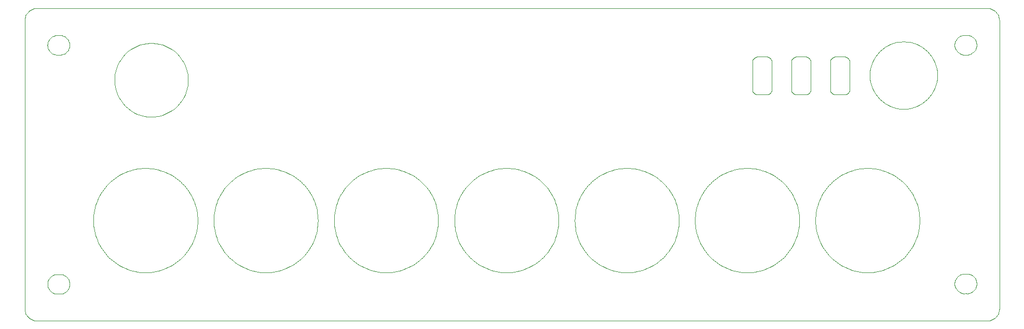
<source format=gbr>
G04 #@! TF.GenerationSoftware,KiCad,Pcbnew,(5.1.2)-2*
G04 #@! TF.CreationDate,2020-06-04T19:35:54+01:00*
G04 #@! TF.ProjectId,noname,6e6f6e61-6d65-42e6-9b69-6361645f7063,rev?*
G04 #@! TF.SameCoordinates,Original*
G04 #@! TF.FileFunction,Profile,NP*
%FSLAX46Y46*%
G04 Gerber Fmt 4.6, Leading zero omitted, Abs format (unit mm)*
G04 Created by KiCad (PCBNEW (5.1.2)-2) date 2020-06-04 19:35:54*
%MOMM*%
%LPD*%
G04 APERTURE LIST*
%ADD10C,0.100000*%
G04 APERTURE END LIST*
D10*
X-77399900Y25600003D02*
X77599800Y25600003D01*
X77599800Y25600003D02*
X77803570Y25589627D01*
X77803570Y25589627D02*
X78001620Y25559183D01*
X78001620Y25559183D02*
X78192930Y25509695D01*
X78192930Y25509695D02*
X78376460Y25442191D01*
X78376460Y25442191D02*
X78551210Y25357694D01*
X78551210Y25357694D02*
X78716130Y25257230D01*
X78716130Y25257230D02*
X78870210Y25141824D01*
X78870210Y25141824D02*
X79012420Y25012503D01*
X79012420Y25012503D02*
X79141750Y24870291D01*
X79141750Y24870291D02*
X79257150Y24716214D01*
X79257150Y24716214D02*
X79357610Y24551297D01*
X79357610Y24551297D02*
X79442110Y24376566D01*
X79442110Y24376566D02*
X79509610Y24193045D01*
X79509610Y24193045D02*
X79559110Y24001761D01*
X79559110Y24001761D02*
X79589610Y23803739D01*
X79589610Y23803739D02*
X79600010Y23600003D01*
X79600010Y23600003D02*
X79600010Y-23399995D01*
X79600010Y-23399995D02*
X79589610Y-23603730D01*
X79589610Y-23603730D02*
X79559110Y-23801753D01*
X79559110Y-23801753D02*
X79509610Y-23993037D01*
X79509610Y-23993037D02*
X79442110Y-24176557D01*
X79442110Y-24176557D02*
X79357610Y-24351289D01*
X79357610Y-24351289D02*
X79257150Y-24516206D01*
X79257150Y-24516206D02*
X79141750Y-24670283D01*
X79141750Y-24670283D02*
X79012420Y-24812495D01*
X79012420Y-24812495D02*
X78870210Y-24941816D01*
X78870210Y-24941816D02*
X78716130Y-25057222D01*
X78716130Y-25057222D02*
X78551210Y-25157685D01*
X78551210Y-25157685D02*
X78376460Y-25242185D01*
X78376460Y-25242185D02*
X78192930Y-25309685D01*
X78192930Y-25309685D02*
X78001620Y-25359175D01*
X78001620Y-25359175D02*
X77803570Y-25389615D01*
X77803570Y-25389615D02*
X77599800Y-25399995D01*
X77599800Y-25399995D02*
X-77399900Y-25399995D01*
X-77399900Y-25399995D02*
X-77603669Y-25389615D01*
X-77603669Y-25389615D02*
X-77801719Y-25359175D01*
X-77801719Y-25359175D02*
X-77993025Y-25309685D01*
X-77993025Y-25309685D02*
X-78176562Y-25242185D01*
X-78176562Y-25242185D02*
X-78351306Y-25157685D01*
X-78351306Y-25157685D02*
X-78516230Y-25057222D01*
X-78516230Y-25057222D02*
X-78670312Y-24941816D01*
X-78670312Y-24941816D02*
X-78812525Y-24812495D01*
X-78812525Y-24812495D02*
X-78941845Y-24670283D01*
X-78941845Y-24670283D02*
X-79057247Y-24516206D01*
X-79057247Y-24516206D02*
X-79157707Y-24351289D01*
X-79157707Y-24351289D02*
X-79242200Y-24176557D01*
X-79242200Y-24176557D02*
X-79309700Y-23993037D01*
X-79309700Y-23993037D02*
X-79359183Y-23801753D01*
X-79359183Y-23801753D02*
X-79389625Y-23603730D01*
X-79389625Y-23603730D02*
X-79400000Y-23399995D01*
X-79400000Y-23399995D02*
X-79400000Y23600003D01*
X-79400000Y23600003D02*
X-79389625Y23803739D01*
X-79389625Y23803739D02*
X-79359183Y24001761D01*
X-79359183Y24001761D02*
X-79309700Y24193045D01*
X-79309700Y24193045D02*
X-79242200Y24376566D01*
X-79242200Y24376566D02*
X-79157707Y24551297D01*
X-79157707Y24551297D02*
X-79057247Y24716214D01*
X-79057247Y24716214D02*
X-78941845Y24870291D01*
X-78941845Y24870291D02*
X-78812525Y25012503D01*
X-78812525Y25012503D02*
X-78670312Y25141824D01*
X-78670312Y25141824D02*
X-78516230Y25257230D01*
X-78516230Y25257230D02*
X-78351306Y25357694D01*
X-78351306Y25357694D02*
X-78176562Y25442191D01*
X-78176562Y25442191D02*
X-77993025Y25509695D01*
X-77993025Y25509695D02*
X-77801719Y25559183D01*
X-77801719Y25559183D02*
X-77603669Y25589627D01*
X-77603669Y25589627D02*
X-77399900Y25600003D01*
X-77399900Y25600003D02*
X-77399900Y25600003D01*
X-77399900Y25600003D02*
X-77399900Y25600003D01*
X-51199001Y-8999897D02*
X-51209451Y-9421388D01*
X-51209451Y-9421388D02*
X-51240601Y-9840018D01*
X-51240601Y-9840018D02*
X-51292161Y-10255090D01*
X-51292161Y-10255090D02*
X-51363841Y-10665908D01*
X-51363841Y-10665908D02*
X-51455361Y-11071776D01*
X-51455361Y-11071776D02*
X-51566424Y-11471996D01*
X-51566424Y-11471996D02*
X-51696745Y-11865871D01*
X-51696745Y-11865871D02*
X-51846034Y-12252706D01*
X-51846034Y-12252706D02*
X-52014004Y-12631803D01*
X-52014004Y-12631803D02*
X-52200365Y-13002466D01*
X-52200365Y-13002466D02*
X-52404830Y-13363997D01*
X-52404830Y-13363997D02*
X-52627110Y-13715701D01*
X-52627110Y-13715701D02*
X-52866915Y-14056881D01*
X-52866915Y-14056881D02*
X-53123958Y-14386839D01*
X-53123958Y-14386839D02*
X-53397950Y-14704879D01*
X-53397950Y-14704879D02*
X-53688602Y-15010305D01*
X-53688602Y-15010305D02*
X-53994028Y-15300957D01*
X-53994028Y-15300957D02*
X-54312068Y-15574949D01*
X-54312068Y-15574949D02*
X-54642026Y-15831992D01*
X-54642026Y-15831992D02*
X-54983206Y-16071797D01*
X-54983206Y-16071797D02*
X-55334910Y-16294077D01*
X-55334910Y-16294077D02*
X-55696441Y-16498542D01*
X-55696441Y-16498542D02*
X-56067104Y-16684903D01*
X-56067104Y-16684903D02*
X-56446201Y-16852873D01*
X-56446201Y-16852873D02*
X-56833036Y-17002162D01*
X-56833036Y-17002162D02*
X-57226911Y-17132483D01*
X-57226911Y-17132483D02*
X-57627131Y-17243546D01*
X-57627131Y-17243546D02*
X-58032999Y-17335066D01*
X-58032999Y-17335066D02*
X-58443817Y-17406746D01*
X-58443817Y-17406746D02*
X-58858889Y-17458306D01*
X-58858889Y-17458306D02*
X-59277519Y-17489456D01*
X-59277519Y-17489456D02*
X-59699010Y-17499906D01*
X-59699010Y-17499906D02*
X-60120501Y-17489456D01*
X-60120501Y-17489456D02*
X-60539131Y-17458306D01*
X-60539131Y-17458306D02*
X-60954203Y-17406746D01*
X-60954203Y-17406746D02*
X-61365021Y-17335066D01*
X-61365021Y-17335066D02*
X-61770889Y-17243546D01*
X-61770889Y-17243546D02*
X-62171109Y-17132483D01*
X-62171109Y-17132483D02*
X-62564984Y-17002162D01*
X-62564984Y-17002162D02*
X-62951819Y-16852873D01*
X-62951819Y-16852873D02*
X-63330916Y-16684903D01*
X-63330916Y-16684903D02*
X-63701579Y-16498542D01*
X-63701579Y-16498542D02*
X-64063110Y-16294077D01*
X-64063110Y-16294077D02*
X-64414814Y-16071797D01*
X-64414814Y-16071797D02*
X-64755994Y-15831992D01*
X-64755994Y-15831992D02*
X-65085952Y-15574949D01*
X-65085952Y-15574949D02*
X-65403992Y-15300957D01*
X-65403992Y-15300957D02*
X-65709418Y-15010305D01*
X-65709418Y-15010305D02*
X-66000070Y-14704879D01*
X-66000070Y-14704879D02*
X-66274062Y-14386839D01*
X-66274062Y-14386839D02*
X-66531105Y-14056881D01*
X-66531105Y-14056881D02*
X-66770910Y-13715701D01*
X-66770910Y-13715701D02*
X-66993190Y-13363997D01*
X-66993190Y-13363997D02*
X-67197655Y-13002466D01*
X-67197655Y-13002466D02*
X-67384016Y-12631803D01*
X-67384016Y-12631803D02*
X-67551986Y-12252706D01*
X-67551986Y-12252706D02*
X-67701275Y-11865871D01*
X-67701275Y-11865871D02*
X-67831596Y-11471996D01*
X-67831596Y-11471996D02*
X-67942659Y-11071776D01*
X-67942659Y-11071776D02*
X-68034179Y-10665908D01*
X-68034179Y-10665908D02*
X-68105859Y-10255090D01*
X-68105859Y-10255090D02*
X-68157419Y-9840018D01*
X-68157419Y-9840018D02*
X-68188569Y-9421388D01*
X-68188569Y-9421388D02*
X-68199019Y-8999897D01*
X-68199019Y-8999897D02*
X-68188569Y-8578406D01*
X-68188569Y-8578406D02*
X-68157419Y-8159776D01*
X-68157419Y-8159776D02*
X-68105859Y-7744704D01*
X-68105859Y-7744704D02*
X-68034179Y-7333886D01*
X-68034179Y-7333886D02*
X-67942659Y-6928018D01*
X-67942659Y-6928018D02*
X-67831596Y-6527798D01*
X-67831596Y-6527798D02*
X-67701275Y-6133923D01*
X-67701275Y-6133923D02*
X-67551986Y-5747088D01*
X-67551986Y-5747088D02*
X-67384016Y-5367991D01*
X-67384016Y-5367991D02*
X-67197655Y-4997328D01*
X-67197655Y-4997328D02*
X-66993190Y-4635797D01*
X-66993190Y-4635797D02*
X-66770910Y-4284093D01*
X-66770910Y-4284093D02*
X-66531105Y-3942913D01*
X-66531105Y-3942913D02*
X-66274062Y-3612955D01*
X-66274062Y-3612955D02*
X-66000070Y-3294915D01*
X-66000070Y-3294915D02*
X-65709418Y-2989489D01*
X-65709418Y-2989489D02*
X-65403992Y-2698837D01*
X-65403992Y-2698837D02*
X-65085952Y-2424845D01*
X-65085952Y-2424845D02*
X-64755994Y-2167802D01*
X-64755994Y-2167802D02*
X-64414814Y-1927997D01*
X-64414814Y-1927997D02*
X-64063110Y-1705717D01*
X-64063110Y-1705717D02*
X-63701579Y-1501252D01*
X-63701579Y-1501252D02*
X-63330916Y-1314891D01*
X-63330916Y-1314891D02*
X-62951819Y-1146921D01*
X-62951819Y-1146921D02*
X-62564984Y-997632D01*
X-62564984Y-997632D02*
X-62171109Y-867311D01*
X-62171109Y-867311D02*
X-61770889Y-756248D01*
X-61770889Y-756248D02*
X-61365021Y-664728D01*
X-61365021Y-664728D02*
X-60954203Y-593048D01*
X-60954203Y-593048D02*
X-60539131Y-541488D01*
X-60539131Y-541488D02*
X-60120501Y-510338D01*
X-60120501Y-510338D02*
X-59699010Y-499888D01*
X-59699010Y-499888D02*
X-59277519Y-510338D01*
X-59277519Y-510338D02*
X-58858889Y-541488D01*
X-58858889Y-541488D02*
X-58443817Y-593048D01*
X-58443817Y-593048D02*
X-58032999Y-664728D01*
X-58032999Y-664728D02*
X-57627131Y-756248D01*
X-57627131Y-756248D02*
X-57226911Y-867311D01*
X-57226911Y-867311D02*
X-56833036Y-997632D01*
X-56833036Y-997632D02*
X-56446201Y-1146921D01*
X-56446201Y-1146921D02*
X-56067104Y-1314891D01*
X-56067104Y-1314891D02*
X-55696441Y-1501252D01*
X-55696441Y-1501252D02*
X-55334910Y-1705717D01*
X-55334910Y-1705717D02*
X-54983206Y-1927997D01*
X-54983206Y-1927997D02*
X-54642026Y-2167802D01*
X-54642026Y-2167802D02*
X-54312068Y-2424845D01*
X-54312068Y-2424845D02*
X-53994028Y-2698837D01*
X-53994028Y-2698837D02*
X-53688602Y-2989489D01*
X-53688602Y-2989489D02*
X-53397950Y-3294915D01*
X-53397950Y-3294915D02*
X-53123958Y-3612955D01*
X-53123958Y-3612955D02*
X-52866915Y-3942913D01*
X-52866915Y-3942913D02*
X-52627110Y-4284093D01*
X-52627110Y-4284093D02*
X-52404830Y-4635797D01*
X-52404830Y-4635797D02*
X-52200365Y-4997328D01*
X-52200365Y-4997328D02*
X-52014004Y-5367991D01*
X-52014004Y-5367991D02*
X-51846034Y-5747088D01*
X-51846034Y-5747088D02*
X-51696745Y-6133923D01*
X-51696745Y-6133923D02*
X-51566424Y-6527798D01*
X-51566424Y-6527798D02*
X-51455361Y-6928018D01*
X-51455361Y-6928018D02*
X-51363841Y-7333886D01*
X-51363841Y-7333886D02*
X-51292161Y-7744704D01*
X-51292161Y-7744704D02*
X-51240601Y-8159776D01*
X-51240601Y-8159776D02*
X-51209451Y-8578406D01*
X-51209451Y-8578406D02*
X-51199001Y-8999897D01*
X-51199001Y-8999897D02*
X-51199001Y-8999897D01*
X-51199001Y-8999897D02*
X-51199001Y-8999897D01*
X53000000Y17700103D02*
X54200000Y17700103D01*
X54200000Y17700103D02*
X54402030Y17683507D01*
X54402030Y17683507D02*
X54589970Y17635884D01*
X54589970Y17635884D02*
X54759860Y17560480D01*
X54759860Y17560480D02*
X54907750Y17460543D01*
X54907750Y17460543D02*
X55029670Y17339319D01*
X55029670Y17339319D02*
X55121670Y17200055D01*
X55121670Y17200055D02*
X55179770Y17045997D01*
X55179770Y17045997D02*
X55199970Y16880394D01*
X55199970Y16880394D02*
X55199970Y12319813D01*
X55199970Y12319813D02*
X55179770Y12154209D01*
X55179770Y12154209D02*
X55121670Y12000152D01*
X55121670Y12000152D02*
X55029670Y11860888D01*
X55029670Y11860888D02*
X54907750Y11739663D01*
X54907750Y11739663D02*
X54759860Y11639723D01*
X54759860Y11639723D02*
X54589970Y11564323D01*
X54589970Y11564323D02*
X54402030Y11516703D01*
X54402030Y11516703D02*
X54200000Y11500103D01*
X54200000Y11500103D02*
X53000000Y11500103D01*
X53000000Y11500103D02*
X52797970Y11516703D01*
X52797970Y11516703D02*
X52610030Y11564323D01*
X52610030Y11564323D02*
X52440140Y11639723D01*
X52440140Y11639723D02*
X52292250Y11739663D01*
X52292250Y11739663D02*
X52170330Y11860888D01*
X52170330Y11860888D02*
X52078330Y12000152D01*
X52078330Y12000152D02*
X52020230Y12154209D01*
X52020230Y12154209D02*
X52000000Y12319813D01*
X52000000Y12319813D02*
X52000000Y16880393D01*
X52000000Y16880393D02*
X52020300Y17045997D01*
X52020300Y17045997D02*
X52078400Y17200055D01*
X52078400Y17200055D02*
X52170400Y17339319D01*
X52170400Y17339319D02*
X52292320Y17460543D01*
X52292320Y17460543D02*
X52440210Y17560480D01*
X52440210Y17560480D02*
X52610100Y17635884D01*
X52610100Y17635884D02*
X52798040Y17683507D01*
X52798040Y17683507D02*
X53000070Y17700103D01*
X53000070Y17700103D02*
X53000070Y17700103D01*
X53000070Y17700103D02*
X53000000Y17700103D01*
X69480100Y14662204D02*
X69453200Y14118597D01*
X69453200Y14118597D02*
X69373400Y13584197D01*
X69373400Y13584197D02*
X69242320Y13062611D01*
X69242320Y13062611D02*
X69061400Y12557445D01*
X69061400Y12557445D02*
X68832120Y12072306D01*
X68832120Y12072306D02*
X68556000Y11610801D01*
X68556000Y11610801D02*
X68234510Y11176536D01*
X68234510Y11176536D02*
X67869150Y10773117D01*
X67869150Y10773117D02*
X67465730Y10407759D01*
X67465730Y10407759D02*
X67031460Y10086269D01*
X67031460Y10086269D02*
X66569960Y9810140D01*
X66569960Y9810140D02*
X66084820Y9580867D01*
X66084820Y9580867D02*
X65579650Y9399942D01*
X65579650Y9399942D02*
X65058070Y9268861D01*
X65058070Y9268861D02*
X64523670Y9189121D01*
X64523670Y9189121D02*
X63980060Y9162211D01*
X63980060Y9162211D02*
X63436450Y9189121D01*
X63436450Y9189121D02*
X62902050Y9268861D01*
X62902050Y9268861D02*
X62380470Y9399942D01*
X62380470Y9399942D02*
X61875300Y9580867D01*
X61875300Y9580867D02*
X61390160Y9810140D01*
X61390160Y9810140D02*
X60928660Y10086269D01*
X60928660Y10086269D02*
X60494390Y10407759D01*
X60494390Y10407759D02*
X60090970Y10773117D01*
X60090970Y10773117D02*
X59725610Y11176536D01*
X59725610Y11176536D02*
X59404120Y11610801D01*
X59404120Y11610801D02*
X59128000Y12072306D01*
X59128000Y12072306D02*
X58898720Y12557445D01*
X58898720Y12557445D02*
X58717800Y13062611D01*
X58717800Y13062611D02*
X58586720Y13584197D01*
X58586720Y13584197D02*
X58507020Y14118597D01*
X58507020Y14118597D02*
X58480120Y14662204D01*
X58480120Y14662204D02*
X58508520Y15224547D01*
X58508520Y15224547D02*
X58591820Y15770646D01*
X58591820Y15770646D02*
X58727350Y16297736D01*
X58727350Y16297736D02*
X58912300Y16803052D01*
X58912300Y16803052D02*
X59143900Y17283831D01*
X59143900Y17283831D02*
X59419390Y17737306D01*
X59419390Y17737306D02*
X59736010Y18160715D01*
X59736010Y18160715D02*
X60090990Y18551291D01*
X60090990Y18551291D02*
X60481570Y18906271D01*
X60481570Y18906271D02*
X60904980Y19222890D01*
X60904980Y19222890D02*
X61358450Y19498383D01*
X61358450Y19498383D02*
X61839230Y19729987D01*
X61839230Y19729987D02*
X62344550Y19914935D01*
X62344550Y19914935D02*
X62871640Y20050463D01*
X62871640Y20050463D02*
X63417740Y20133807D01*
X63417740Y20133807D02*
X63980080Y20162203D01*
X63980080Y20162203D02*
X64542420Y20133807D01*
X64542420Y20133807D02*
X65088520Y20050463D01*
X65088520Y20050463D02*
X65615610Y19914935D01*
X65615610Y19914935D02*
X66120930Y19729987D01*
X66120930Y19729987D02*
X66601710Y19498383D01*
X66601710Y19498383D02*
X67055180Y19222890D01*
X67055180Y19222890D02*
X67478590Y18906271D01*
X67478590Y18906271D02*
X67869170Y18551291D01*
X67869170Y18551291D02*
X68224150Y18160715D01*
X68224150Y18160715D02*
X68540770Y17737306D01*
X68540770Y17737306D02*
X68816260Y17283831D01*
X68816260Y17283831D02*
X69047860Y16803052D01*
X69047860Y16803052D02*
X69232810Y16297736D01*
X69232810Y16297736D02*
X69368340Y15770646D01*
X69368340Y15770646D02*
X69451640Y15224547D01*
X69451640Y15224547D02*
X69480040Y14662204D01*
X69480040Y14662204D02*
X69480040Y14662204D01*
X69480040Y14662204D02*
X69480100Y14662204D01*
X74100000Y18012403D02*
X73900000Y18000003D01*
X73900000Y18000003D02*
X73736400Y18008263D01*
X73736400Y18008263D02*
X73577530Y18032507D01*
X73577530Y18032507D02*
X73424190Y18071931D01*
X73424190Y18071931D02*
X73277190Y18125732D01*
X73277190Y18125732D02*
X73137330Y18193105D01*
X73137330Y18193105D02*
X73005410Y18273246D01*
X73005410Y18273246D02*
X72768610Y18468616D01*
X72768610Y18468616D02*
X72573240Y18705408D01*
X72573240Y18705408D02*
X72493140Y18837328D01*
X72493140Y18837328D02*
X72425740Y18977192D01*
X72425740Y18977192D02*
X72371940Y19124196D01*
X72371940Y19124196D02*
X72332540Y19277535D01*
X72332540Y19277535D02*
X72308340Y19436405D01*
X72308340Y19436405D02*
X72300340Y19600003D01*
X72300340Y19600003D02*
X72308340Y19763601D01*
X72308340Y19763601D02*
X72332540Y19922472D01*
X72332540Y19922472D02*
X72371940Y20075811D01*
X72371940Y20075811D02*
X72425740Y20222814D01*
X72425740Y20222814D02*
X72493140Y20362678D01*
X72493140Y20362678D02*
X72573240Y20494598D01*
X72573240Y20494598D02*
X72768610Y20731390D01*
X72768610Y20731390D02*
X73005410Y20926760D01*
X73005410Y20926760D02*
X73137330Y21006901D01*
X73137330Y21006901D02*
X73277190Y21074274D01*
X73277190Y21074274D02*
X73424190Y21128075D01*
X73424190Y21128075D02*
X73577530Y21167499D01*
X73577530Y21167499D02*
X73736400Y21191743D01*
X73736400Y21191743D02*
X73900000Y21200003D01*
X73900000Y21200003D02*
X74100000Y21187603D01*
X74104300Y-17752996D02*
X74304300Y-17740596D01*
X74304300Y-17740596D02*
X74467900Y-17748896D01*
X74467900Y-17748896D02*
X74626770Y-17773136D01*
X74626770Y-17773136D02*
X74780110Y-17812566D01*
X74780110Y-17812566D02*
X74927110Y-17866366D01*
X74927110Y-17866366D02*
X75066970Y-17933736D01*
X75066970Y-17933736D02*
X75198890Y-18013876D01*
X75198890Y-18013876D02*
X75435690Y-18209246D01*
X75435690Y-18209246D02*
X75631060Y-18446038D01*
X75631060Y-18446038D02*
X75711160Y-18577958D01*
X75711160Y-18577958D02*
X75778560Y-18717822D01*
X75778560Y-18717822D02*
X75832360Y-18864825D01*
X75832360Y-18864825D02*
X75871760Y-19018164D01*
X75871760Y-19018164D02*
X75895960Y-19177035D01*
X75895960Y-19177035D02*
X75903960Y-19340633D01*
X75903960Y-19340633D02*
X75895960Y-19504231D01*
X75895960Y-19504231D02*
X75871760Y-19663102D01*
X75871760Y-19663102D02*
X75832360Y-19816441D01*
X75832360Y-19816441D02*
X75778560Y-19963444D01*
X75778560Y-19963444D02*
X75711160Y-20103308D01*
X75711160Y-20103308D02*
X75631060Y-20235228D01*
X75631060Y-20235228D02*
X75435690Y-20472020D01*
X75435690Y-20472020D02*
X75198890Y-20667390D01*
X75198890Y-20667390D02*
X75066970Y-20747530D01*
X75066970Y-20747530D02*
X74927110Y-20814900D01*
X74927110Y-20814900D02*
X74780110Y-20868700D01*
X74780110Y-20868700D02*
X74626770Y-20908130D01*
X74626770Y-20908130D02*
X74467900Y-20932370D01*
X74467900Y-20932370D02*
X74304300Y-20940670D01*
X74304300Y-20940670D02*
X74104300Y-20928270D01*
X-73875000Y-20990896D02*
X-74075000Y-21003296D01*
X-74075000Y-21003296D02*
X-74238598Y-20994996D01*
X-74238598Y-20994996D02*
X-74397469Y-20970756D01*
X-74397469Y-20970756D02*
X-74550807Y-20931326D01*
X-74550807Y-20931326D02*
X-74697811Y-20877526D01*
X-74697811Y-20877526D02*
X-74837675Y-20810156D01*
X-74837675Y-20810156D02*
X-74969595Y-20730016D01*
X-74969595Y-20730016D02*
X-75206387Y-20534646D01*
X-75206387Y-20534646D02*
X-75401757Y-20297854D01*
X-75401757Y-20297854D02*
X-75481898Y-20165934D01*
X-75481898Y-20165934D02*
X-75549271Y-20026070D01*
X-75549271Y-20026070D02*
X-75603072Y-19879067D01*
X-75603072Y-19879067D02*
X-75642496Y-19725728D01*
X-75642496Y-19725728D02*
X-75666740Y-19566857D01*
X-75666740Y-19566857D02*
X-75675000Y-19403259D01*
X-75675000Y-19403259D02*
X-75666740Y-19239661D01*
X-75666740Y-19239661D02*
X-75642496Y-19080790D01*
X-75642496Y-19080790D02*
X-75603072Y-18927451D01*
X-75603072Y-18927451D02*
X-75549271Y-18780448D01*
X-75549271Y-18780448D02*
X-75481898Y-18640584D01*
X-75481898Y-18640584D02*
X-75401757Y-18508664D01*
X-75401757Y-18508664D02*
X-75206387Y-18271872D01*
X-75206387Y-18271872D02*
X-74969595Y-18076502D01*
X-74969595Y-18076502D02*
X-74837675Y-17996362D01*
X-74837675Y-17996362D02*
X-74697811Y-17928992D01*
X-74697811Y-17928992D02*
X-74550807Y-17875192D01*
X-74550807Y-17875192D02*
X-74397469Y-17835762D01*
X-74397469Y-17835762D02*
X-74238598Y-17811522D01*
X-74238598Y-17811522D02*
X-74075000Y-17803222D01*
X-74075000Y-17803222D02*
X-73875000Y-17815622D01*
X-73885600Y21175003D02*
X-73685600Y21187403D01*
X-73685600Y21187403D02*
X-73522002Y21179143D01*
X-73522002Y21179143D02*
X-73363131Y21154899D01*
X-73363131Y21154899D02*
X-73209793Y21115475D01*
X-73209793Y21115475D02*
X-73062789Y21061674D01*
X-73062789Y21061674D02*
X-72922925Y20994301D01*
X-72922925Y20994301D02*
X-72791005Y20914160D01*
X-72791005Y20914160D02*
X-72554213Y20718791D01*
X-72554213Y20718791D02*
X-72358843Y20481998D01*
X-72358843Y20481998D02*
X-72278702Y20350078D01*
X-72278702Y20350078D02*
X-72211329Y20210214D01*
X-72211329Y20210214D02*
X-72157528Y20063211D01*
X-72157528Y20063211D02*
X-72118104Y19909872D01*
X-72118104Y19909872D02*
X-72093860Y19751002D01*
X-72093860Y19751002D02*
X-72085600Y19587404D01*
X-72085600Y19587404D02*
X-72093860Y19423806D01*
X-72093860Y19423806D02*
X-72118104Y19264935D01*
X-72118104Y19264935D02*
X-72157528Y19111596D01*
X-72157528Y19111596D02*
X-72211329Y18964593D01*
X-72211329Y18964593D02*
X-72278702Y18824729D01*
X-72278702Y18824729D02*
X-72358843Y18692809D01*
X-72358843Y18692809D02*
X-72554213Y18456016D01*
X-72554213Y18456016D02*
X-72791005Y18260647D01*
X-72791005Y18260647D02*
X-72922925Y18180506D01*
X-72922925Y18180506D02*
X-73062789Y18113133D01*
X-73062789Y18113133D02*
X-73209793Y18059332D01*
X-73209793Y18059332D02*
X-73363131Y18019908D01*
X-73363131Y18019908D02*
X-73522002Y17995664D01*
X-73522002Y17995664D02*
X-73685600Y17987404D01*
X-73685600Y17987404D02*
X-73885600Y17999804D01*
X-31566002Y-8999897D02*
X-31576452Y-9421388D01*
X-31576452Y-9421388D02*
X-31607602Y-9840018D01*
X-31607602Y-9840018D02*
X-31659162Y-10255090D01*
X-31659162Y-10255090D02*
X-31730842Y-10665908D01*
X-31730842Y-10665908D02*
X-31822362Y-11071776D01*
X-31822362Y-11071776D02*
X-31933425Y-11471996D01*
X-31933425Y-11471996D02*
X-32063746Y-11865871D01*
X-32063746Y-11865871D02*
X-32213035Y-12252706D01*
X-32213035Y-12252706D02*
X-32381005Y-12631803D01*
X-32381005Y-12631803D02*
X-32567366Y-13002466D01*
X-32567366Y-13002466D02*
X-32771831Y-13363997D01*
X-32771831Y-13363997D02*
X-32994111Y-13715701D01*
X-32994111Y-13715701D02*
X-33233916Y-14056881D01*
X-33233916Y-14056881D02*
X-33490959Y-14386839D01*
X-33490959Y-14386839D02*
X-33764951Y-14704879D01*
X-33764951Y-14704879D02*
X-34055603Y-15010305D01*
X-34055603Y-15010305D02*
X-34361029Y-15300957D01*
X-34361029Y-15300957D02*
X-34679069Y-15574949D01*
X-34679069Y-15574949D02*
X-35009027Y-15831992D01*
X-35009027Y-15831992D02*
X-35350207Y-16071797D01*
X-35350207Y-16071797D02*
X-35701911Y-16294077D01*
X-35701911Y-16294077D02*
X-36063442Y-16498542D01*
X-36063442Y-16498542D02*
X-36434105Y-16684903D01*
X-36434105Y-16684903D02*
X-36813202Y-16852873D01*
X-36813202Y-16852873D02*
X-37200037Y-17002162D01*
X-37200037Y-17002162D02*
X-37593912Y-17132483D01*
X-37593912Y-17132483D02*
X-37994132Y-17243546D01*
X-37994132Y-17243546D02*
X-38400000Y-17335066D01*
X-38400000Y-17335066D02*
X-38810818Y-17406746D01*
X-38810818Y-17406746D02*
X-39225890Y-17458306D01*
X-39225890Y-17458306D02*
X-39644520Y-17489456D01*
X-39644520Y-17489456D02*
X-40066011Y-17499906D01*
X-40066011Y-17499906D02*
X-40487502Y-17489456D01*
X-40487502Y-17489456D02*
X-40906132Y-17458306D01*
X-40906132Y-17458306D02*
X-41321204Y-17406746D01*
X-41321204Y-17406746D02*
X-41732022Y-17335066D01*
X-41732022Y-17335066D02*
X-42137890Y-17243546D01*
X-42137890Y-17243546D02*
X-42538110Y-17132483D01*
X-42538110Y-17132483D02*
X-42931985Y-17002162D01*
X-42931985Y-17002162D02*
X-43318820Y-16852873D01*
X-43318820Y-16852873D02*
X-43697917Y-16684903D01*
X-43697917Y-16684903D02*
X-44068580Y-16498542D01*
X-44068580Y-16498542D02*
X-44430111Y-16294077D01*
X-44430111Y-16294077D02*
X-44781815Y-16071797D01*
X-44781815Y-16071797D02*
X-45122995Y-15831992D01*
X-45122995Y-15831992D02*
X-45452953Y-15574949D01*
X-45452953Y-15574949D02*
X-45770993Y-15300957D01*
X-45770993Y-15300957D02*
X-46076419Y-15010305D01*
X-46076419Y-15010305D02*
X-46367071Y-14704879D01*
X-46367071Y-14704879D02*
X-46641063Y-14386839D01*
X-46641063Y-14386839D02*
X-46898106Y-14056881D01*
X-46898106Y-14056881D02*
X-47137911Y-13715701D01*
X-47137911Y-13715701D02*
X-47360191Y-13363997D01*
X-47360191Y-13363997D02*
X-47564656Y-13002466D01*
X-47564656Y-13002466D02*
X-47751017Y-12631803D01*
X-47751017Y-12631803D02*
X-47918987Y-12252706D01*
X-47918987Y-12252706D02*
X-48068276Y-11865871D01*
X-48068276Y-11865871D02*
X-48198597Y-11471996D01*
X-48198597Y-11471996D02*
X-48309660Y-11071776D01*
X-48309660Y-11071776D02*
X-48401180Y-10665908D01*
X-48401180Y-10665908D02*
X-48472860Y-10255090D01*
X-48472860Y-10255090D02*
X-48524420Y-9840018D01*
X-48524420Y-9840018D02*
X-48555570Y-9421388D01*
X-48555570Y-9421388D02*
X-48566020Y-8999897D01*
X-48566020Y-8999897D02*
X-48555570Y-8578406D01*
X-48555570Y-8578406D02*
X-48524420Y-8159776D01*
X-48524420Y-8159776D02*
X-48472860Y-7744704D01*
X-48472860Y-7744704D02*
X-48401180Y-7333886D01*
X-48401180Y-7333886D02*
X-48309660Y-6928018D01*
X-48309660Y-6928018D02*
X-48198597Y-6527798D01*
X-48198597Y-6527798D02*
X-48068276Y-6133923D01*
X-48068276Y-6133923D02*
X-47918987Y-5747088D01*
X-47918987Y-5747088D02*
X-47751017Y-5367991D01*
X-47751017Y-5367991D02*
X-47564656Y-4997328D01*
X-47564656Y-4997328D02*
X-47360191Y-4635797D01*
X-47360191Y-4635797D02*
X-47137911Y-4284093D01*
X-47137911Y-4284093D02*
X-46898106Y-3942913D01*
X-46898106Y-3942913D02*
X-46641063Y-3612955D01*
X-46641063Y-3612955D02*
X-46367071Y-3294915D01*
X-46367071Y-3294915D02*
X-46076419Y-2989489D01*
X-46076419Y-2989489D02*
X-45770993Y-2698837D01*
X-45770993Y-2698837D02*
X-45452953Y-2424845D01*
X-45452953Y-2424845D02*
X-45122995Y-2167802D01*
X-45122995Y-2167802D02*
X-44781815Y-1927997D01*
X-44781815Y-1927997D02*
X-44430111Y-1705717D01*
X-44430111Y-1705717D02*
X-44068580Y-1501252D01*
X-44068580Y-1501252D02*
X-43697917Y-1314891D01*
X-43697917Y-1314891D02*
X-43318820Y-1146921D01*
X-43318820Y-1146921D02*
X-42931985Y-997632D01*
X-42931985Y-997632D02*
X-42538110Y-867311D01*
X-42538110Y-867311D02*
X-42137890Y-756248D01*
X-42137890Y-756248D02*
X-41732022Y-664728D01*
X-41732022Y-664728D02*
X-41321204Y-593048D01*
X-41321204Y-593048D02*
X-40906132Y-541488D01*
X-40906132Y-541488D02*
X-40487502Y-510338D01*
X-40487502Y-510338D02*
X-40066011Y-499888D01*
X-40066011Y-499888D02*
X-39644520Y-510338D01*
X-39644520Y-510338D02*
X-39225890Y-541488D01*
X-39225890Y-541488D02*
X-38810818Y-593048D01*
X-38810818Y-593048D02*
X-38400000Y-664728D01*
X-38400000Y-664728D02*
X-37994132Y-756248D01*
X-37994132Y-756248D02*
X-37593912Y-867311D01*
X-37593912Y-867311D02*
X-37200037Y-997632D01*
X-37200037Y-997632D02*
X-36813202Y-1146921D01*
X-36813202Y-1146921D02*
X-36434105Y-1314891D01*
X-36434105Y-1314891D02*
X-36063442Y-1501252D01*
X-36063442Y-1501252D02*
X-35701911Y-1705717D01*
X-35701911Y-1705717D02*
X-35350207Y-1927997D01*
X-35350207Y-1927997D02*
X-35009027Y-2167802D01*
X-35009027Y-2167802D02*
X-34679069Y-2424845D01*
X-34679069Y-2424845D02*
X-34361029Y-2698837D01*
X-34361029Y-2698837D02*
X-34055603Y-2989489D01*
X-34055603Y-2989489D02*
X-33764951Y-3294915D01*
X-33764951Y-3294915D02*
X-33490959Y-3612955D01*
X-33490959Y-3612955D02*
X-33233916Y-3942913D01*
X-33233916Y-3942913D02*
X-32994111Y-4284093D01*
X-32994111Y-4284093D02*
X-32771831Y-4635797D01*
X-32771831Y-4635797D02*
X-32567366Y-4997328D01*
X-32567366Y-4997328D02*
X-32381005Y-5367991D01*
X-32381005Y-5367991D02*
X-32213035Y-5747088D01*
X-32213035Y-5747088D02*
X-32063746Y-6133923D01*
X-32063746Y-6133923D02*
X-31933425Y-6527798D01*
X-31933425Y-6527798D02*
X-31822362Y-6928018D01*
X-31822362Y-6928018D02*
X-31730842Y-7333886D01*
X-31730842Y-7333886D02*
X-31659162Y-7744704D01*
X-31659162Y-7744704D02*
X-31607602Y-8159776D01*
X-31607602Y-8159776D02*
X-31576452Y-8578406D01*
X-31576452Y-8578406D02*
X-31566002Y-8999897D01*
X-31566002Y-8999897D02*
X-31566002Y-8999897D01*
X-31566002Y-8999897D02*
X-31566002Y-8999897D01*
X-11933002Y-8999897D02*
X-11943452Y-9421388D01*
X-11943452Y-9421388D02*
X-11974602Y-9840018D01*
X-11974602Y-9840018D02*
X-12026162Y-10255090D01*
X-12026162Y-10255090D02*
X-12097842Y-10665908D01*
X-12097842Y-10665908D02*
X-12189362Y-11071776D01*
X-12189362Y-11071776D02*
X-12300425Y-11471996D01*
X-12300425Y-11471996D02*
X-12430746Y-11865871D01*
X-12430746Y-11865871D02*
X-12580035Y-12252706D01*
X-12580035Y-12252706D02*
X-12748005Y-12631803D01*
X-12748005Y-12631803D02*
X-12934366Y-13002466D01*
X-12934366Y-13002466D02*
X-13138831Y-13363997D01*
X-13138831Y-13363997D02*
X-13361111Y-13715701D01*
X-13361111Y-13715701D02*
X-13600916Y-14056881D01*
X-13600916Y-14056881D02*
X-13857959Y-14386839D01*
X-13857959Y-14386839D02*
X-14131951Y-14704879D01*
X-14131951Y-14704879D02*
X-14422603Y-15010305D01*
X-14422603Y-15010305D02*
X-14728029Y-15300957D01*
X-14728029Y-15300957D02*
X-15046069Y-15574949D01*
X-15046069Y-15574949D02*
X-15376027Y-15831992D01*
X-15376027Y-15831992D02*
X-15717207Y-16071797D01*
X-15717207Y-16071797D02*
X-16068911Y-16294077D01*
X-16068911Y-16294077D02*
X-16430442Y-16498542D01*
X-16430442Y-16498542D02*
X-16801105Y-16684903D01*
X-16801105Y-16684903D02*
X-17180202Y-16852873D01*
X-17180202Y-16852873D02*
X-17567037Y-17002162D01*
X-17567037Y-17002162D02*
X-17960912Y-17132483D01*
X-17960912Y-17132483D02*
X-18361132Y-17243546D01*
X-18361132Y-17243546D02*
X-18767000Y-17335066D01*
X-18767000Y-17335066D02*
X-19177818Y-17406746D01*
X-19177818Y-17406746D02*
X-19592890Y-17458306D01*
X-19592890Y-17458306D02*
X-20011520Y-17489456D01*
X-20011520Y-17489456D02*
X-20433011Y-17499906D01*
X-20433011Y-17499906D02*
X-20854502Y-17489456D01*
X-20854502Y-17489456D02*
X-21273132Y-17458306D01*
X-21273132Y-17458306D02*
X-21688204Y-17406746D01*
X-21688204Y-17406746D02*
X-22099022Y-17335066D01*
X-22099022Y-17335066D02*
X-22504890Y-17243546D01*
X-22504890Y-17243546D02*
X-22905110Y-17132483D01*
X-22905110Y-17132483D02*
X-23298985Y-17002162D01*
X-23298985Y-17002162D02*
X-23685820Y-16852873D01*
X-23685820Y-16852873D02*
X-24064917Y-16684903D01*
X-24064917Y-16684903D02*
X-24435580Y-16498542D01*
X-24435580Y-16498542D02*
X-24797111Y-16294077D01*
X-24797111Y-16294077D02*
X-25148815Y-16071797D01*
X-25148815Y-16071797D02*
X-25489995Y-15831992D01*
X-25489995Y-15831992D02*
X-25819953Y-15574949D01*
X-25819953Y-15574949D02*
X-26137993Y-15300957D01*
X-26137993Y-15300957D02*
X-26443419Y-15010305D01*
X-26443419Y-15010305D02*
X-26734071Y-14704879D01*
X-26734071Y-14704879D02*
X-27008063Y-14386839D01*
X-27008063Y-14386839D02*
X-27265106Y-14056881D01*
X-27265106Y-14056881D02*
X-27504911Y-13715701D01*
X-27504911Y-13715701D02*
X-27727191Y-13363997D01*
X-27727191Y-13363997D02*
X-27931656Y-13002466D01*
X-27931656Y-13002466D02*
X-28118017Y-12631803D01*
X-28118017Y-12631803D02*
X-28285987Y-12252706D01*
X-28285987Y-12252706D02*
X-28435276Y-11865871D01*
X-28435276Y-11865871D02*
X-28565597Y-11471996D01*
X-28565597Y-11471996D02*
X-28676660Y-11071776D01*
X-28676660Y-11071776D02*
X-28768180Y-10665908D01*
X-28768180Y-10665908D02*
X-28839860Y-10255090D01*
X-28839860Y-10255090D02*
X-28891420Y-9840018D01*
X-28891420Y-9840018D02*
X-28922570Y-9421388D01*
X-28922570Y-9421388D02*
X-28933020Y-8999897D01*
X-28933020Y-8999897D02*
X-28922570Y-8578406D01*
X-28922570Y-8578406D02*
X-28891420Y-8159776D01*
X-28891420Y-8159776D02*
X-28839860Y-7744704D01*
X-28839860Y-7744704D02*
X-28768180Y-7333886D01*
X-28768180Y-7333886D02*
X-28676660Y-6928018D01*
X-28676660Y-6928018D02*
X-28565597Y-6527798D01*
X-28565597Y-6527798D02*
X-28435276Y-6133923D01*
X-28435276Y-6133923D02*
X-28285987Y-5747088D01*
X-28285987Y-5747088D02*
X-28118017Y-5367991D01*
X-28118017Y-5367991D02*
X-27931656Y-4997328D01*
X-27931656Y-4997328D02*
X-27727191Y-4635797D01*
X-27727191Y-4635797D02*
X-27504911Y-4284093D01*
X-27504911Y-4284093D02*
X-27265106Y-3942913D01*
X-27265106Y-3942913D02*
X-27008063Y-3612955D01*
X-27008063Y-3612955D02*
X-26734071Y-3294915D01*
X-26734071Y-3294915D02*
X-26443419Y-2989489D01*
X-26443419Y-2989489D02*
X-26137993Y-2698837D01*
X-26137993Y-2698837D02*
X-25819953Y-2424845D01*
X-25819953Y-2424845D02*
X-25489995Y-2167802D01*
X-25489995Y-2167802D02*
X-25148815Y-1927997D01*
X-25148815Y-1927997D02*
X-24797111Y-1705717D01*
X-24797111Y-1705717D02*
X-24435580Y-1501252D01*
X-24435580Y-1501252D02*
X-24064917Y-1314891D01*
X-24064917Y-1314891D02*
X-23685820Y-1146921D01*
X-23685820Y-1146921D02*
X-23298985Y-997632D01*
X-23298985Y-997632D02*
X-22905110Y-867311D01*
X-22905110Y-867311D02*
X-22504890Y-756248D01*
X-22504890Y-756248D02*
X-22099022Y-664728D01*
X-22099022Y-664728D02*
X-21688204Y-593048D01*
X-21688204Y-593048D02*
X-21273132Y-541488D01*
X-21273132Y-541488D02*
X-20854502Y-510338D01*
X-20854502Y-510338D02*
X-20433011Y-499888D01*
X-20433011Y-499888D02*
X-20011520Y-510338D01*
X-20011520Y-510338D02*
X-19592890Y-541488D01*
X-19592890Y-541488D02*
X-19177818Y-593048D01*
X-19177818Y-593048D02*
X-18767000Y-664728D01*
X-18767000Y-664728D02*
X-18361132Y-756248D01*
X-18361132Y-756248D02*
X-17960912Y-867311D01*
X-17960912Y-867311D02*
X-17567037Y-997632D01*
X-17567037Y-997632D02*
X-17180202Y-1146921D01*
X-17180202Y-1146921D02*
X-16801105Y-1314891D01*
X-16801105Y-1314891D02*
X-16430442Y-1501252D01*
X-16430442Y-1501252D02*
X-16068911Y-1705717D01*
X-16068911Y-1705717D02*
X-15717207Y-1927997D01*
X-15717207Y-1927997D02*
X-15376027Y-2167802D01*
X-15376027Y-2167802D02*
X-15046069Y-2424845D01*
X-15046069Y-2424845D02*
X-14728029Y-2698837D01*
X-14728029Y-2698837D02*
X-14422603Y-2989489D01*
X-14422603Y-2989489D02*
X-14131951Y-3294915D01*
X-14131951Y-3294915D02*
X-13857959Y-3612955D01*
X-13857959Y-3612955D02*
X-13600916Y-3942913D01*
X-13600916Y-3942913D02*
X-13361111Y-4284093D01*
X-13361111Y-4284093D02*
X-13138831Y-4635797D01*
X-13138831Y-4635797D02*
X-12934366Y-4997328D01*
X-12934366Y-4997328D02*
X-12748005Y-5367991D01*
X-12748005Y-5367991D02*
X-12580035Y-5747088D01*
X-12580035Y-5747088D02*
X-12430746Y-6133923D01*
X-12430746Y-6133923D02*
X-12300425Y-6527798D01*
X-12300425Y-6527798D02*
X-12189362Y-6928018D01*
X-12189362Y-6928018D02*
X-12097842Y-7333886D01*
X-12097842Y-7333886D02*
X-12026162Y-7744704D01*
X-12026162Y-7744704D02*
X-11974602Y-8159776D01*
X-11974602Y-8159776D02*
X-11943452Y-8578406D01*
X-11943452Y-8578406D02*
X-11933002Y-8999897D01*
X-11933002Y-8999897D02*
X-11933002Y-8999897D01*
X-11933002Y-8999897D02*
X-11933002Y-8999897D01*
X7699997Y-8999897D02*
X7689547Y-9421388D01*
X7689547Y-9421388D02*
X7658397Y-9840018D01*
X7658397Y-9840018D02*
X7606837Y-10255090D01*
X7606837Y-10255090D02*
X7535157Y-10665908D01*
X7535157Y-10665908D02*
X7443637Y-11071776D01*
X7443637Y-11071776D02*
X7332574Y-11471996D01*
X7332574Y-11471996D02*
X7202253Y-11865871D01*
X7202253Y-11865871D02*
X7052964Y-12252706D01*
X7052964Y-12252706D02*
X6884994Y-12631803D01*
X6884994Y-12631803D02*
X6698633Y-13002466D01*
X6698633Y-13002466D02*
X6494168Y-13363997D01*
X6494168Y-13363997D02*
X6271888Y-13715701D01*
X6271888Y-13715701D02*
X6032083Y-14056881D01*
X6032083Y-14056881D02*
X5775040Y-14386839D01*
X5775040Y-14386839D02*
X5501048Y-14704879D01*
X5501048Y-14704879D02*
X5210396Y-15010305D01*
X5210396Y-15010305D02*
X4904970Y-15300957D01*
X4904970Y-15300957D02*
X4586930Y-15574949D01*
X4586930Y-15574949D02*
X4256972Y-15831992D01*
X4256972Y-15831992D02*
X3915792Y-16071797D01*
X3915792Y-16071797D02*
X3564088Y-16294077D01*
X3564088Y-16294077D02*
X3202557Y-16498542D01*
X3202557Y-16498542D02*
X2831894Y-16684903D01*
X2831894Y-16684903D02*
X2452797Y-16852873D01*
X2452797Y-16852873D02*
X2065962Y-17002162D01*
X2065962Y-17002162D02*
X1672087Y-17132483D01*
X1672087Y-17132483D02*
X1271867Y-17243546D01*
X1271867Y-17243546D02*
X865999Y-17335066D01*
X865999Y-17335066D02*
X455181Y-17406746D01*
X455181Y-17406746D02*
X40109Y-17458306D01*
X40109Y-17458306D02*
X-378521Y-17489456D01*
X-378521Y-17489456D02*
X-800012Y-17499906D01*
X-800012Y-17499906D02*
X-1221503Y-17489456D01*
X-1221503Y-17489456D02*
X-1640133Y-17458306D01*
X-1640133Y-17458306D02*
X-2055205Y-17406746D01*
X-2055205Y-17406746D02*
X-2466023Y-17335066D01*
X-2466023Y-17335066D02*
X-2871891Y-17243546D01*
X-2871891Y-17243546D02*
X-3272111Y-17132483D01*
X-3272111Y-17132483D02*
X-3665986Y-17002162D01*
X-3665986Y-17002162D02*
X-4052821Y-16852873D01*
X-4052821Y-16852873D02*
X-4431918Y-16684903D01*
X-4431918Y-16684903D02*
X-4802581Y-16498542D01*
X-4802581Y-16498542D02*
X-5164112Y-16294077D01*
X-5164112Y-16294077D02*
X-5515816Y-16071797D01*
X-5515816Y-16071797D02*
X-5856996Y-15831992D01*
X-5856996Y-15831992D02*
X-6186954Y-15574949D01*
X-6186954Y-15574949D02*
X-6504994Y-15300957D01*
X-6504994Y-15300957D02*
X-6810420Y-15010305D01*
X-6810420Y-15010305D02*
X-7101072Y-14704879D01*
X-7101072Y-14704879D02*
X-7375064Y-14386839D01*
X-7375064Y-14386839D02*
X-7632107Y-14056881D01*
X-7632107Y-14056881D02*
X-7871912Y-13715701D01*
X-7871912Y-13715701D02*
X-8094192Y-13363997D01*
X-8094192Y-13363997D02*
X-8298657Y-13002466D01*
X-8298657Y-13002466D02*
X-8485018Y-12631803D01*
X-8485018Y-12631803D02*
X-8652988Y-12252706D01*
X-8652988Y-12252706D02*
X-8802277Y-11865871D01*
X-8802277Y-11865871D02*
X-8932598Y-11471996D01*
X-8932598Y-11471996D02*
X-9043661Y-11071776D01*
X-9043661Y-11071776D02*
X-9135181Y-10665908D01*
X-9135181Y-10665908D02*
X-9206861Y-10255090D01*
X-9206861Y-10255090D02*
X-9258421Y-9840018D01*
X-9258421Y-9840018D02*
X-9289571Y-9421388D01*
X-9289571Y-9421388D02*
X-9300021Y-8999897D01*
X-9300021Y-8999897D02*
X-9289571Y-8578406D01*
X-9289571Y-8578406D02*
X-9258421Y-8159776D01*
X-9258421Y-8159776D02*
X-9206861Y-7744704D01*
X-9206861Y-7744704D02*
X-9135181Y-7333886D01*
X-9135181Y-7333886D02*
X-9043661Y-6928018D01*
X-9043661Y-6928018D02*
X-8932598Y-6527798D01*
X-8932598Y-6527798D02*
X-8802277Y-6133923D01*
X-8802277Y-6133923D02*
X-8652988Y-5747088D01*
X-8652988Y-5747088D02*
X-8485018Y-5367991D01*
X-8485018Y-5367991D02*
X-8298657Y-4997328D01*
X-8298657Y-4997328D02*
X-8094192Y-4635797D01*
X-8094192Y-4635797D02*
X-7871912Y-4284093D01*
X-7871912Y-4284093D02*
X-7632107Y-3942913D01*
X-7632107Y-3942913D02*
X-7375064Y-3612955D01*
X-7375064Y-3612955D02*
X-7101072Y-3294915D01*
X-7101072Y-3294915D02*
X-6810420Y-2989489D01*
X-6810420Y-2989489D02*
X-6504994Y-2698837D01*
X-6504994Y-2698837D02*
X-6186954Y-2424845D01*
X-6186954Y-2424845D02*
X-5856996Y-2167802D01*
X-5856996Y-2167802D02*
X-5515816Y-1927997D01*
X-5515816Y-1927997D02*
X-5164112Y-1705717D01*
X-5164112Y-1705717D02*
X-4802581Y-1501252D01*
X-4802581Y-1501252D02*
X-4431918Y-1314891D01*
X-4431918Y-1314891D02*
X-4052821Y-1146921D01*
X-4052821Y-1146921D02*
X-3665986Y-997632D01*
X-3665986Y-997632D02*
X-3272111Y-867311D01*
X-3272111Y-867311D02*
X-2871891Y-756248D01*
X-2871891Y-756248D02*
X-2466023Y-664728D01*
X-2466023Y-664728D02*
X-2055205Y-593048D01*
X-2055205Y-593048D02*
X-1640133Y-541488D01*
X-1640133Y-541488D02*
X-1221503Y-510338D01*
X-1221503Y-510338D02*
X-800012Y-499888D01*
X-800012Y-499888D02*
X-378521Y-510338D01*
X-378521Y-510338D02*
X40109Y-541488D01*
X40109Y-541488D02*
X455181Y-593048D01*
X455181Y-593048D02*
X865999Y-664728D01*
X865999Y-664728D02*
X1271867Y-756248D01*
X1271867Y-756248D02*
X1672087Y-867311D01*
X1672087Y-867311D02*
X2065962Y-997632D01*
X2065962Y-997632D02*
X2452797Y-1146921D01*
X2452797Y-1146921D02*
X2831894Y-1314891D01*
X2831894Y-1314891D02*
X3202557Y-1501252D01*
X3202557Y-1501252D02*
X3564088Y-1705717D01*
X3564088Y-1705717D02*
X3915792Y-1927997D01*
X3915792Y-1927997D02*
X4256972Y-2167802D01*
X4256972Y-2167802D02*
X4586930Y-2424845D01*
X4586930Y-2424845D02*
X4904970Y-2698837D01*
X4904970Y-2698837D02*
X5210396Y-2989489D01*
X5210396Y-2989489D02*
X5501048Y-3294915D01*
X5501048Y-3294915D02*
X5775040Y-3612955D01*
X5775040Y-3612955D02*
X6032083Y-3942913D01*
X6032083Y-3942913D02*
X6271888Y-4284093D01*
X6271888Y-4284093D02*
X6494168Y-4635797D01*
X6494168Y-4635797D02*
X6698633Y-4997328D01*
X6698633Y-4997328D02*
X6884994Y-5367991D01*
X6884994Y-5367991D02*
X7052964Y-5747088D01*
X7052964Y-5747088D02*
X7202253Y-6133923D01*
X7202253Y-6133923D02*
X7332574Y-6527798D01*
X7332574Y-6527798D02*
X7443637Y-6928018D01*
X7443637Y-6928018D02*
X7535157Y-7333886D01*
X7535157Y-7333886D02*
X7606837Y-7744704D01*
X7606837Y-7744704D02*
X7658397Y-8159776D01*
X7658397Y-8159776D02*
X7689547Y-8578406D01*
X7689547Y-8578406D02*
X7699997Y-8999897D01*
X7699997Y-8999897D02*
X7699997Y-8999897D01*
X7699997Y-8999897D02*
X7699997Y-8999897D01*
X27333000Y-8999897D02*
X27322600Y-9421388D01*
X27322600Y-9421388D02*
X27291500Y-9840018D01*
X27291500Y-9840018D02*
X27239900Y-10255090D01*
X27239900Y-10255090D02*
X27168200Y-10665908D01*
X27168200Y-10665908D02*
X27076700Y-11071776D01*
X27076700Y-11071776D02*
X26965640Y-11471996D01*
X26965640Y-11471996D02*
X26835320Y-11865871D01*
X26835320Y-11865871D02*
X26686030Y-12252706D01*
X26686030Y-12252706D02*
X26518060Y-12631803D01*
X26518060Y-12631803D02*
X26331690Y-13002466D01*
X26331690Y-13002466D02*
X26127230Y-13363997D01*
X26127230Y-13363997D02*
X25904950Y-13715701D01*
X25904950Y-13715701D02*
X25665140Y-14056881D01*
X25665140Y-14056881D02*
X25408100Y-14386839D01*
X25408100Y-14386839D02*
X25134110Y-14704879D01*
X25134110Y-14704879D02*
X24843460Y-15010305D01*
X24843460Y-15010305D02*
X24538030Y-15300957D01*
X24538030Y-15300957D02*
X24219990Y-15574949D01*
X24219990Y-15574949D02*
X23890030Y-15831992D01*
X23890030Y-15831992D02*
X23548850Y-16071797D01*
X23548850Y-16071797D02*
X23197150Y-16294077D01*
X23197150Y-16294077D02*
X22835620Y-16498542D01*
X22835620Y-16498542D02*
X22464960Y-16684903D01*
X22464960Y-16684903D02*
X22085860Y-16852873D01*
X22085860Y-16852873D02*
X21699020Y-17002162D01*
X21699020Y-17002162D02*
X21305150Y-17132483D01*
X21305150Y-17132483D02*
X20904930Y-17243546D01*
X20904930Y-17243546D02*
X20499061Y-17335066D01*
X20499061Y-17335066D02*
X20088243Y-17406746D01*
X20088243Y-17406746D02*
X19673171Y-17458306D01*
X19673171Y-17458306D02*
X19254541Y-17489456D01*
X19254541Y-17489456D02*
X18833050Y-17499906D01*
X18833050Y-17499906D02*
X18411559Y-17489456D01*
X18411559Y-17489456D02*
X17992929Y-17458306D01*
X17992929Y-17458306D02*
X17577857Y-17406746D01*
X17577857Y-17406746D02*
X17167039Y-17335066D01*
X17167039Y-17335066D02*
X16761171Y-17243546D01*
X16761171Y-17243546D02*
X16360951Y-17132483D01*
X16360951Y-17132483D02*
X15967076Y-17002162D01*
X15967076Y-17002162D02*
X15580241Y-16852873D01*
X15580241Y-16852873D02*
X15201144Y-16684903D01*
X15201144Y-16684903D02*
X14830481Y-16498542D01*
X14830481Y-16498542D02*
X14468950Y-16294077D01*
X14468950Y-16294077D02*
X14117246Y-16071797D01*
X14117246Y-16071797D02*
X13776066Y-15831992D01*
X13776066Y-15831992D02*
X13446108Y-15574949D01*
X13446108Y-15574949D02*
X13128068Y-15300957D01*
X13128068Y-15300957D02*
X12822642Y-15010305D01*
X12822642Y-15010305D02*
X12531990Y-14704879D01*
X12531990Y-14704879D02*
X12257998Y-14386839D01*
X12257998Y-14386839D02*
X12000955Y-14056881D01*
X12000955Y-14056881D02*
X11761150Y-13715701D01*
X11761150Y-13715701D02*
X11538870Y-13363997D01*
X11538870Y-13363997D02*
X11334405Y-13002466D01*
X11334405Y-13002466D02*
X11148044Y-12631803D01*
X11148044Y-12631803D02*
X10980074Y-12252706D01*
X10980074Y-12252706D02*
X10830785Y-11865871D01*
X10830785Y-11865871D02*
X10700464Y-11471996D01*
X10700464Y-11471996D02*
X10589401Y-11071776D01*
X10589401Y-11071776D02*
X10497881Y-10665908D01*
X10497881Y-10665908D02*
X10426201Y-10255090D01*
X10426201Y-10255090D02*
X10374641Y-9840018D01*
X10374641Y-9840018D02*
X10343491Y-9421388D01*
X10343491Y-9421388D02*
X10333041Y-8999897D01*
X10333041Y-8999897D02*
X10343491Y-8578406D01*
X10343491Y-8578406D02*
X10374641Y-8159776D01*
X10374641Y-8159776D02*
X10426201Y-7744704D01*
X10426201Y-7744704D02*
X10497881Y-7333886D01*
X10497881Y-7333886D02*
X10589401Y-6928018D01*
X10589401Y-6928018D02*
X10700464Y-6527798D01*
X10700464Y-6527798D02*
X10830785Y-6133923D01*
X10830785Y-6133923D02*
X10980074Y-5747088D01*
X10980074Y-5747088D02*
X11148044Y-5367991D01*
X11148044Y-5367991D02*
X11334405Y-4997328D01*
X11334405Y-4997328D02*
X11538870Y-4635797D01*
X11538870Y-4635797D02*
X11761150Y-4284093D01*
X11761150Y-4284093D02*
X12000955Y-3942913D01*
X12000955Y-3942913D02*
X12257998Y-3612955D01*
X12257998Y-3612955D02*
X12531990Y-3294915D01*
X12531990Y-3294915D02*
X12822642Y-2989489D01*
X12822642Y-2989489D02*
X13128068Y-2698837D01*
X13128068Y-2698837D02*
X13446108Y-2424845D01*
X13446108Y-2424845D02*
X13776066Y-2167802D01*
X13776066Y-2167802D02*
X14117246Y-1927997D01*
X14117246Y-1927997D02*
X14468950Y-1705717D01*
X14468950Y-1705717D02*
X14830481Y-1501252D01*
X14830481Y-1501252D02*
X15201144Y-1314891D01*
X15201144Y-1314891D02*
X15580241Y-1146921D01*
X15580241Y-1146921D02*
X15967076Y-997632D01*
X15967076Y-997632D02*
X16360951Y-867311D01*
X16360951Y-867311D02*
X16761171Y-756248D01*
X16761171Y-756248D02*
X17167039Y-664728D01*
X17167039Y-664728D02*
X17577857Y-593048D01*
X17577857Y-593048D02*
X17992929Y-541488D01*
X17992929Y-541488D02*
X18411559Y-510338D01*
X18411559Y-510338D02*
X18833050Y-499888D01*
X18833050Y-499888D02*
X19254541Y-510338D01*
X19254541Y-510338D02*
X19673171Y-541488D01*
X19673171Y-541488D02*
X20088243Y-593048D01*
X20088243Y-593048D02*
X20499061Y-664728D01*
X20499061Y-664728D02*
X20904930Y-756248D01*
X20904930Y-756248D02*
X21305150Y-867311D01*
X21305150Y-867311D02*
X21699020Y-997632D01*
X21699020Y-997632D02*
X22085860Y-1146921D01*
X22085860Y-1146921D02*
X22464960Y-1314891D01*
X22464960Y-1314891D02*
X22835620Y-1501252D01*
X22835620Y-1501252D02*
X23197150Y-1705717D01*
X23197150Y-1705717D02*
X23548850Y-1927997D01*
X23548850Y-1927997D02*
X23890030Y-2167802D01*
X23890030Y-2167802D02*
X24219990Y-2424845D01*
X24219990Y-2424845D02*
X24538030Y-2698837D01*
X24538030Y-2698837D02*
X24843460Y-2989489D01*
X24843460Y-2989489D02*
X25134110Y-3294915D01*
X25134110Y-3294915D02*
X25408100Y-3612955D01*
X25408100Y-3612955D02*
X25665140Y-3942913D01*
X25665140Y-3942913D02*
X25904950Y-4284093D01*
X25904950Y-4284093D02*
X26127230Y-4635797D01*
X26127230Y-4635797D02*
X26331690Y-4997328D01*
X26331690Y-4997328D02*
X26518060Y-5367991D01*
X26518060Y-5367991D02*
X26686030Y-5747088D01*
X26686030Y-5747088D02*
X26835320Y-6133923D01*
X26835320Y-6133923D02*
X26965640Y-6527798D01*
X26965640Y-6527798D02*
X27076700Y-6928018D01*
X27076700Y-6928018D02*
X27168200Y-7333886D01*
X27168200Y-7333886D02*
X27239900Y-7744704D01*
X27239900Y-7744704D02*
X27291500Y-8159776D01*
X27291500Y-8159776D02*
X27322600Y-8578406D01*
X27322600Y-8578406D02*
X27333000Y-8999897D01*
X27333000Y-8999897D02*
X27333000Y-8999897D01*
X27333000Y-8999897D02*
X27333000Y-8999897D01*
X46966000Y-8999897D02*
X46955600Y-9421388D01*
X46955600Y-9421388D02*
X46924500Y-9840018D01*
X46924500Y-9840018D02*
X46872900Y-10255090D01*
X46872900Y-10255090D02*
X46801200Y-10665908D01*
X46801200Y-10665908D02*
X46709700Y-11071776D01*
X46709700Y-11071776D02*
X46598640Y-11471996D01*
X46598640Y-11471996D02*
X46468320Y-11865871D01*
X46468320Y-11865871D02*
X46319030Y-12252706D01*
X46319030Y-12252706D02*
X46151060Y-12631803D01*
X46151060Y-12631803D02*
X45964690Y-13002466D01*
X45964690Y-13002466D02*
X45760230Y-13363997D01*
X45760230Y-13363997D02*
X45537950Y-13715701D01*
X45537950Y-13715701D02*
X45298140Y-14056881D01*
X45298140Y-14056881D02*
X45041100Y-14386839D01*
X45041100Y-14386839D02*
X44767110Y-14704879D01*
X44767110Y-14704879D02*
X44476460Y-15010305D01*
X44476460Y-15010305D02*
X44171030Y-15300957D01*
X44171030Y-15300957D02*
X43852990Y-15574949D01*
X43852990Y-15574949D02*
X43523030Y-15831992D01*
X43523030Y-15831992D02*
X43181850Y-16071797D01*
X43181850Y-16071797D02*
X42830150Y-16294077D01*
X42830150Y-16294077D02*
X42468620Y-16498542D01*
X42468620Y-16498542D02*
X42097960Y-16684903D01*
X42097960Y-16684903D02*
X41718860Y-16852873D01*
X41718860Y-16852873D02*
X41332020Y-17002162D01*
X41332020Y-17002162D02*
X40938150Y-17132483D01*
X40938150Y-17132483D02*
X40537930Y-17243546D01*
X40537930Y-17243546D02*
X40132060Y-17335066D01*
X40132060Y-17335066D02*
X39721240Y-17406746D01*
X39721240Y-17406746D02*
X39306170Y-17458306D01*
X39306170Y-17458306D02*
X38887540Y-17489456D01*
X38887540Y-17489456D02*
X38466050Y-17499906D01*
X38466050Y-17499906D02*
X38044560Y-17489456D01*
X38044560Y-17489456D02*
X37625930Y-17458306D01*
X37625930Y-17458306D02*
X37210860Y-17406746D01*
X37210860Y-17406746D02*
X36800040Y-17335066D01*
X36800040Y-17335066D02*
X36394170Y-17243546D01*
X36394170Y-17243546D02*
X35993950Y-17132483D01*
X35993950Y-17132483D02*
X35600080Y-17002162D01*
X35600080Y-17002162D02*
X35213240Y-16852873D01*
X35213240Y-16852873D02*
X34834140Y-16684903D01*
X34834140Y-16684903D02*
X34463480Y-16498542D01*
X34463480Y-16498542D02*
X34101950Y-16294077D01*
X34101950Y-16294077D02*
X33750250Y-16071797D01*
X33750250Y-16071797D02*
X33409070Y-15831992D01*
X33409070Y-15831992D02*
X33079110Y-15574949D01*
X33079110Y-15574949D02*
X32761070Y-15300957D01*
X32761070Y-15300957D02*
X32455640Y-15010305D01*
X32455640Y-15010305D02*
X32164990Y-14704879D01*
X32164990Y-14704879D02*
X31891000Y-14386839D01*
X31891000Y-14386839D02*
X31633960Y-14056881D01*
X31633960Y-14056881D02*
X31394150Y-13715701D01*
X31394150Y-13715701D02*
X31171870Y-13363997D01*
X31171870Y-13363997D02*
X30967410Y-13002466D01*
X30967410Y-13002466D02*
X30781040Y-12631803D01*
X30781040Y-12631803D02*
X30613070Y-12252706D01*
X30613070Y-12252706D02*
X30463780Y-11865871D01*
X30463780Y-11865871D02*
X30333460Y-11471996D01*
X30333460Y-11471996D02*
X30222400Y-11071776D01*
X30222400Y-11071776D02*
X30130900Y-10665908D01*
X30130900Y-10665908D02*
X30059200Y-10255090D01*
X30059200Y-10255090D02*
X30007600Y-9840018D01*
X30007600Y-9840018D02*
X29976500Y-9421388D01*
X29976500Y-9421388D02*
X29966000Y-8999897D01*
X29966000Y-8999897D02*
X29976500Y-8578406D01*
X29976500Y-8578406D02*
X30007600Y-8159776D01*
X30007600Y-8159776D02*
X30059200Y-7744704D01*
X30059200Y-7744704D02*
X30130900Y-7333886D01*
X30130900Y-7333886D02*
X30222400Y-6928018D01*
X30222400Y-6928018D02*
X30333460Y-6527798D01*
X30333460Y-6527798D02*
X30463780Y-6133923D01*
X30463780Y-6133923D02*
X30613070Y-5747088D01*
X30613070Y-5747088D02*
X30781040Y-5367991D01*
X30781040Y-5367991D02*
X30967410Y-4997328D01*
X30967410Y-4997328D02*
X31171870Y-4635797D01*
X31171870Y-4635797D02*
X31394150Y-4284093D01*
X31394150Y-4284093D02*
X31633960Y-3942913D01*
X31633960Y-3942913D02*
X31891000Y-3612955D01*
X31891000Y-3612955D02*
X32164990Y-3294915D01*
X32164990Y-3294915D02*
X32455640Y-2989489D01*
X32455640Y-2989489D02*
X32761070Y-2698837D01*
X32761070Y-2698837D02*
X33079110Y-2424845D01*
X33079110Y-2424845D02*
X33409070Y-2167802D01*
X33409070Y-2167802D02*
X33750250Y-1927997D01*
X33750250Y-1927997D02*
X34101950Y-1705717D01*
X34101950Y-1705717D02*
X34463480Y-1501252D01*
X34463480Y-1501252D02*
X34834140Y-1314891D01*
X34834140Y-1314891D02*
X35213240Y-1146921D01*
X35213240Y-1146921D02*
X35600080Y-997632D01*
X35600080Y-997632D02*
X35993950Y-867311D01*
X35993950Y-867311D02*
X36394170Y-756248D01*
X36394170Y-756248D02*
X36800040Y-664728D01*
X36800040Y-664728D02*
X37210860Y-593048D01*
X37210860Y-593048D02*
X37625930Y-541488D01*
X37625930Y-541488D02*
X38044560Y-510338D01*
X38044560Y-510338D02*
X38466050Y-499888D01*
X38466050Y-499888D02*
X38887540Y-510338D01*
X38887540Y-510338D02*
X39306170Y-541488D01*
X39306170Y-541488D02*
X39721240Y-593048D01*
X39721240Y-593048D02*
X40132060Y-664728D01*
X40132060Y-664728D02*
X40537930Y-756248D01*
X40537930Y-756248D02*
X40938150Y-867311D01*
X40938150Y-867311D02*
X41332020Y-997632D01*
X41332020Y-997632D02*
X41718860Y-1146921D01*
X41718860Y-1146921D02*
X42097960Y-1314891D01*
X42097960Y-1314891D02*
X42468620Y-1501252D01*
X42468620Y-1501252D02*
X42830150Y-1705717D01*
X42830150Y-1705717D02*
X43181850Y-1927997D01*
X43181850Y-1927997D02*
X43523030Y-2167802D01*
X43523030Y-2167802D02*
X43852990Y-2424845D01*
X43852990Y-2424845D02*
X44171030Y-2698837D01*
X44171030Y-2698837D02*
X44476460Y-2989489D01*
X44476460Y-2989489D02*
X44767110Y-3294915D01*
X44767110Y-3294915D02*
X45041100Y-3612955D01*
X45041100Y-3612955D02*
X45298140Y-3942913D01*
X45298140Y-3942913D02*
X45537950Y-4284093D01*
X45537950Y-4284093D02*
X45760230Y-4635797D01*
X45760230Y-4635797D02*
X45964690Y-4997328D01*
X45964690Y-4997328D02*
X46151060Y-5367991D01*
X46151060Y-5367991D02*
X46319030Y-5747088D01*
X46319030Y-5747088D02*
X46468320Y-6133923D01*
X46468320Y-6133923D02*
X46598640Y-6527798D01*
X46598640Y-6527798D02*
X46709700Y-6928018D01*
X46709700Y-6928018D02*
X46801200Y-7333886D01*
X46801200Y-7333886D02*
X46872900Y-7744704D01*
X46872900Y-7744704D02*
X46924500Y-8159776D01*
X46924500Y-8159776D02*
X46955600Y-8578406D01*
X46955600Y-8578406D02*
X46966000Y-8999897D01*
X46966000Y-8999897D02*
X46966000Y-8999897D01*
X46966000Y-8999897D02*
X46966000Y-8999897D01*
X66599000Y-8999897D02*
X66588600Y-9421388D01*
X66588600Y-9421388D02*
X66557500Y-9840018D01*
X66557500Y-9840018D02*
X66505900Y-10255090D01*
X66505900Y-10255090D02*
X66434200Y-10665908D01*
X66434200Y-10665908D02*
X66342700Y-11071776D01*
X66342700Y-11071776D02*
X66231640Y-11471996D01*
X66231640Y-11471996D02*
X66101320Y-11865871D01*
X66101320Y-11865871D02*
X65952030Y-12252706D01*
X65952030Y-12252706D02*
X65784060Y-12631803D01*
X65784060Y-12631803D02*
X65597690Y-13002466D01*
X65597690Y-13002466D02*
X65393230Y-13363997D01*
X65393230Y-13363997D02*
X65170950Y-13715701D01*
X65170950Y-13715701D02*
X64931140Y-14056881D01*
X64931140Y-14056881D02*
X64674100Y-14386839D01*
X64674100Y-14386839D02*
X64400110Y-14704879D01*
X64400110Y-14704879D02*
X64109460Y-15010305D01*
X64109460Y-15010305D02*
X63804030Y-15300957D01*
X63804030Y-15300957D02*
X63485990Y-15574949D01*
X63485990Y-15574949D02*
X63156030Y-15831992D01*
X63156030Y-15831992D02*
X62814850Y-16071797D01*
X62814850Y-16071797D02*
X62463150Y-16294077D01*
X62463150Y-16294077D02*
X62101620Y-16498542D01*
X62101620Y-16498542D02*
X61730960Y-16684903D01*
X61730960Y-16684903D02*
X61351860Y-16852873D01*
X61351860Y-16852873D02*
X60965020Y-17002162D01*
X60965020Y-17002162D02*
X60571150Y-17132483D01*
X60571150Y-17132483D02*
X60170930Y-17243546D01*
X60170930Y-17243546D02*
X59765060Y-17335066D01*
X59765060Y-17335066D02*
X59354240Y-17406746D01*
X59354240Y-17406746D02*
X58939170Y-17458306D01*
X58939170Y-17458306D02*
X58520540Y-17489456D01*
X58520540Y-17489456D02*
X58099050Y-17499906D01*
X58099050Y-17499906D02*
X57677560Y-17489456D01*
X57677560Y-17489456D02*
X57258930Y-17458306D01*
X57258930Y-17458306D02*
X56843860Y-17406746D01*
X56843860Y-17406746D02*
X56433040Y-17335066D01*
X56433040Y-17335066D02*
X56027170Y-17243546D01*
X56027170Y-17243546D02*
X55626950Y-17132483D01*
X55626950Y-17132483D02*
X55233080Y-17002162D01*
X55233080Y-17002162D02*
X54846240Y-16852873D01*
X54846240Y-16852873D02*
X54467140Y-16684903D01*
X54467140Y-16684903D02*
X54096480Y-16498542D01*
X54096480Y-16498542D02*
X53734950Y-16294077D01*
X53734950Y-16294077D02*
X53383250Y-16071797D01*
X53383250Y-16071797D02*
X53042070Y-15831992D01*
X53042070Y-15831992D02*
X52712110Y-15574949D01*
X52712110Y-15574949D02*
X52394070Y-15300957D01*
X52394070Y-15300957D02*
X52088640Y-15010305D01*
X52088640Y-15010305D02*
X51797990Y-14704879D01*
X51797990Y-14704879D02*
X51524000Y-14386839D01*
X51524000Y-14386839D02*
X51266960Y-14056881D01*
X51266960Y-14056881D02*
X51027150Y-13715701D01*
X51027150Y-13715701D02*
X50804870Y-13363997D01*
X50804870Y-13363997D02*
X50600410Y-13002466D01*
X50600410Y-13002466D02*
X50414040Y-12631803D01*
X50414040Y-12631803D02*
X50246070Y-12252706D01*
X50246070Y-12252706D02*
X50096780Y-11865871D01*
X50096780Y-11865871D02*
X49966460Y-11471996D01*
X49966460Y-11471996D02*
X49855400Y-11071776D01*
X49855400Y-11071776D02*
X49763900Y-10665908D01*
X49763900Y-10665908D02*
X49692200Y-10255090D01*
X49692200Y-10255090D02*
X49640600Y-9840018D01*
X49640600Y-9840018D02*
X49609500Y-9421388D01*
X49609500Y-9421388D02*
X49599000Y-8999897D01*
X49599000Y-8999897D02*
X49609500Y-8578406D01*
X49609500Y-8578406D02*
X49640600Y-8159776D01*
X49640600Y-8159776D02*
X49692200Y-7744704D01*
X49692200Y-7744704D02*
X49763900Y-7333886D01*
X49763900Y-7333886D02*
X49855400Y-6928018D01*
X49855400Y-6928018D02*
X49966460Y-6527798D01*
X49966460Y-6527798D02*
X50096780Y-6133923D01*
X50096780Y-6133923D02*
X50246070Y-5747088D01*
X50246070Y-5747088D02*
X50414040Y-5367991D01*
X50414040Y-5367991D02*
X50600410Y-4997328D01*
X50600410Y-4997328D02*
X50804870Y-4635797D01*
X50804870Y-4635797D02*
X51027150Y-4284093D01*
X51027150Y-4284093D02*
X51266960Y-3942913D01*
X51266960Y-3942913D02*
X51524000Y-3612955D01*
X51524000Y-3612955D02*
X51797990Y-3294915D01*
X51797990Y-3294915D02*
X52088640Y-2989489D01*
X52088640Y-2989489D02*
X52394070Y-2698837D01*
X52394070Y-2698837D02*
X52712110Y-2424845D01*
X52712110Y-2424845D02*
X53042070Y-2167802D01*
X53042070Y-2167802D02*
X53383250Y-1927997D01*
X53383250Y-1927997D02*
X53734950Y-1705717D01*
X53734950Y-1705717D02*
X54096480Y-1501252D01*
X54096480Y-1501252D02*
X54467140Y-1314891D01*
X54467140Y-1314891D02*
X54846240Y-1146921D01*
X54846240Y-1146921D02*
X55233080Y-997632D01*
X55233080Y-997632D02*
X55626950Y-867311D01*
X55626950Y-867311D02*
X56027170Y-756248D01*
X56027170Y-756248D02*
X56433040Y-664728D01*
X56433040Y-664728D02*
X56843860Y-593048D01*
X56843860Y-593048D02*
X57258930Y-541488D01*
X57258930Y-541488D02*
X57677560Y-510338D01*
X57677560Y-510338D02*
X58099050Y-499888D01*
X58099050Y-499888D02*
X58520540Y-510338D01*
X58520540Y-510338D02*
X58939170Y-541488D01*
X58939170Y-541488D02*
X59354240Y-593048D01*
X59354240Y-593048D02*
X59765060Y-664728D01*
X59765060Y-664728D02*
X60170930Y-756248D01*
X60170930Y-756248D02*
X60571150Y-867311D01*
X60571150Y-867311D02*
X60965020Y-997632D01*
X60965020Y-997632D02*
X61351860Y-1146921D01*
X61351860Y-1146921D02*
X61730960Y-1314891D01*
X61730960Y-1314891D02*
X62101620Y-1501252D01*
X62101620Y-1501252D02*
X62463150Y-1705717D01*
X62463150Y-1705717D02*
X62814850Y-1927997D01*
X62814850Y-1927997D02*
X63156030Y-2167802D01*
X63156030Y-2167802D02*
X63485990Y-2424845D01*
X63485990Y-2424845D02*
X63804030Y-2698837D01*
X63804030Y-2698837D02*
X64109460Y-2989489D01*
X64109460Y-2989489D02*
X64400110Y-3294915D01*
X64400110Y-3294915D02*
X64674100Y-3612955D01*
X64674100Y-3612955D02*
X64931140Y-3942913D01*
X64931140Y-3942913D02*
X65170950Y-4284093D01*
X65170950Y-4284093D02*
X65393230Y-4635797D01*
X65393230Y-4635797D02*
X65597690Y-4997328D01*
X65597690Y-4997328D02*
X65784060Y-5367991D01*
X65784060Y-5367991D02*
X65952030Y-5747088D01*
X65952030Y-5747088D02*
X66101320Y-6133923D01*
X66101320Y-6133923D02*
X66231640Y-6527798D01*
X66231640Y-6527798D02*
X66342700Y-6928018D01*
X66342700Y-6928018D02*
X66434200Y-7333886D01*
X66434200Y-7333886D02*
X66505900Y-7744704D01*
X66505900Y-7744704D02*
X66557500Y-8159776D01*
X66557500Y-8159776D02*
X66588600Y-8578406D01*
X66588600Y-8578406D02*
X66599000Y-8999897D01*
X66599000Y-8999897D02*
X66599000Y-8999897D01*
X66599000Y-8999897D02*
X66599000Y-8999897D01*
X40300000Y17700103D02*
X41500000Y17700103D01*
X41500000Y17700103D02*
X41702030Y17683507D01*
X41702030Y17683507D02*
X41889970Y17635884D01*
X41889970Y17635884D02*
X42059860Y17560480D01*
X42059860Y17560480D02*
X42207750Y17460543D01*
X42207750Y17460543D02*
X42329670Y17339319D01*
X42329670Y17339319D02*
X42421670Y17200055D01*
X42421670Y17200055D02*
X42479770Y17045997D01*
X42479770Y17045997D02*
X42500000Y16880393D01*
X42500000Y16880393D02*
X42500000Y12319813D01*
X42500000Y12319813D02*
X42479700Y12154209D01*
X42479700Y12154209D02*
X42421600Y12000152D01*
X42421600Y12000152D02*
X42329600Y11860888D01*
X42329600Y11860888D02*
X42207680Y11739663D01*
X42207680Y11739663D02*
X42059790Y11639723D01*
X42059790Y11639723D02*
X41889900Y11564323D01*
X41889900Y11564323D02*
X41701960Y11516703D01*
X41701960Y11516703D02*
X41499930Y11500103D01*
X41499930Y11500103D02*
X40299930Y11500103D01*
X40299930Y11500103D02*
X40097900Y11516703D01*
X40097900Y11516703D02*
X39909960Y11564323D01*
X39909960Y11564323D02*
X39740070Y11639723D01*
X39740070Y11639723D02*
X39592180Y11739663D01*
X39592180Y11739663D02*
X39470260Y11860888D01*
X39470260Y11860888D02*
X39378260Y12000152D01*
X39378260Y12000152D02*
X39320160Y12154209D01*
X39320160Y12154209D02*
X39300000Y12319813D01*
X39300000Y12319813D02*
X39300000Y16880393D01*
X39300000Y16880393D02*
X39320300Y17045997D01*
X39320300Y17045997D02*
X39378400Y17200055D01*
X39378400Y17200055D02*
X39470400Y17339319D01*
X39470400Y17339319D02*
X39592320Y17460543D01*
X39592320Y17460543D02*
X39740210Y17560480D01*
X39740210Y17560480D02*
X39910100Y17635884D01*
X39910100Y17635884D02*
X40098040Y17683507D01*
X40098040Y17683507D02*
X40300070Y17700103D01*
X40300070Y17700103D02*
X40300070Y17700103D01*
X40300070Y17700103D02*
X40300000Y17700103D01*
X46649990Y17700103D02*
X47849990Y17700103D01*
X47849990Y17700103D02*
X48052020Y17683507D01*
X48052020Y17683507D02*
X48239960Y17635884D01*
X48239960Y17635884D02*
X48409850Y17560480D01*
X48409850Y17560480D02*
X48557740Y17460543D01*
X48557740Y17460543D02*
X48679660Y17339319D01*
X48679660Y17339319D02*
X48771660Y17200055D01*
X48771660Y17200055D02*
X48829760Y17045997D01*
X48829760Y17045997D02*
X48850060Y16880394D01*
X48850060Y16880394D02*
X48850060Y12319813D01*
X48850060Y12319813D02*
X48829760Y12154209D01*
X48829760Y12154209D02*
X48771660Y12000152D01*
X48771660Y12000152D02*
X48679660Y11860888D01*
X48679660Y11860888D02*
X48557740Y11739663D01*
X48557740Y11739663D02*
X48409850Y11639723D01*
X48409850Y11639723D02*
X48239960Y11564323D01*
X48239960Y11564323D02*
X48052020Y11516703D01*
X48052020Y11516703D02*
X47849990Y11500103D01*
X47849990Y11500103D02*
X46649990Y11500103D01*
X46649990Y11500103D02*
X46447960Y11516703D01*
X46447960Y11516703D02*
X46260020Y11564323D01*
X46260020Y11564323D02*
X46090130Y11639723D01*
X46090130Y11639723D02*
X45942240Y11739663D01*
X45942240Y11739663D02*
X45820320Y11860888D01*
X45820320Y11860888D02*
X45728320Y12000152D01*
X45728320Y12000152D02*
X45670220Y12154209D01*
X45670220Y12154209D02*
X45649920Y12319813D01*
X45649920Y12319813D02*
X45649920Y16880393D01*
X45649920Y16880393D02*
X45670220Y17045997D01*
X45670220Y17045997D02*
X45728320Y17200055D01*
X45728320Y17200055D02*
X45820320Y17339319D01*
X45820320Y17339319D02*
X45942240Y17460543D01*
X45942240Y17460543D02*
X46090130Y17560480D01*
X46090130Y17560480D02*
X46260020Y17635884D01*
X46260020Y17635884D02*
X46447960Y17683507D01*
X46447960Y17683507D02*
X46649990Y17700103D01*
X46649990Y17700103D02*
X46649990Y17700103D01*
X46649990Y17700103D02*
X46649990Y17700103D01*
X-52750200Y13900104D02*
X-52758000Y13591345D01*
X-52758000Y13591345D02*
X-52781170Y13286639D01*
X-52781170Y13286639D02*
X-52819330Y12986363D01*
X-52819330Y12986363D02*
X-52872100Y12690895D01*
X-52872100Y12690895D02*
X-53019949Y12115888D01*
X-53019949Y12115888D02*
X-53221711Y11564633D01*
X-53221711Y11564633D02*
X-53474369Y11040148D01*
X-53474369Y11040148D02*
X-53774907Y10545447D01*
X-53774907Y10545447D02*
X-54120309Y10083547D01*
X-54120309Y10083547D02*
X-54507560Y9657463D01*
X-54507560Y9657463D02*
X-54933644Y9270212D01*
X-54933644Y9270212D02*
X-55395544Y8924810D01*
X-55395544Y8924810D02*
X-55890245Y8624272D01*
X-55890245Y8624272D02*
X-56414730Y8371614D01*
X-56414730Y8371614D02*
X-56965985Y8169852D01*
X-56965985Y8169852D02*
X-57540992Y8022003D01*
X-57540992Y8022003D02*
X-57836460Y7969233D01*
X-57836460Y7969233D02*
X-58136736Y7931073D01*
X-58136736Y7931073D02*
X-58441442Y7907903D01*
X-58441442Y7907903D02*
X-58750201Y7900103D01*
X-58750201Y7900103D02*
X-59343227Y7929463D01*
X-59343227Y7929463D02*
X-59926209Y8016453D01*
X-59926209Y8016453D02*
X-60495212Y8159450D01*
X-60495212Y8159450D02*
X-61046302Y8356822D01*
X-61046302Y8356822D02*
X-61575544Y8606938D01*
X-61575544Y8606938D02*
X-62079004Y8908169D01*
X-62079004Y8908169D02*
X-62552748Y9258886D01*
X-62552748Y9258886D02*
X-62992842Y9657458D01*
X-62992842Y9657458D02*
X-63391414Y10097552D01*
X-63391414Y10097552D02*
X-63742131Y10571296D01*
X-63742131Y10571296D02*
X-64043362Y11074756D01*
X-64043362Y11074756D02*
X-64293478Y11603998D01*
X-64293478Y11603998D02*
X-64490850Y12155088D01*
X-64490850Y12155088D02*
X-64633847Y12724091D01*
X-64633847Y12724091D02*
X-64720837Y13307073D01*
X-64720837Y13307073D02*
X-64750197Y13900099D01*
X-64750197Y13900099D02*
X-64742397Y14208858D01*
X-64742397Y14208858D02*
X-64719227Y14513564D01*
X-64719227Y14513564D02*
X-64681067Y14813840D01*
X-64681067Y14813840D02*
X-64628307Y15109308D01*
X-64628307Y15109308D02*
X-64480458Y15684315D01*
X-64480458Y15684315D02*
X-64278696Y16235570D01*
X-64278696Y16235570D02*
X-64026038Y16760055D01*
X-64026038Y16760055D02*
X-63725500Y17254756D01*
X-63725500Y17254756D02*
X-63380098Y17716656D01*
X-63380098Y17716656D02*
X-62992847Y18142739D01*
X-62992847Y18142739D02*
X-62566763Y18529990D01*
X-62566763Y18529990D02*
X-62104863Y18875393D01*
X-62104863Y18875393D02*
X-61610162Y19175931D01*
X-61610162Y19175931D02*
X-61085677Y19428589D01*
X-61085677Y19428589D02*
X-60534422Y19630350D01*
X-60534422Y19630350D02*
X-59959415Y19778200D01*
X-59959415Y19778200D02*
X-59663947Y19830965D01*
X-59663947Y19830965D02*
X-59363671Y19869121D01*
X-59363671Y19869121D02*
X-59058965Y19892291D01*
X-59058965Y19892291D02*
X-58750206Y19900101D01*
X-58750206Y19900101D02*
X-58441447Y19892291D01*
X-58441447Y19892291D02*
X-58136741Y19869121D01*
X-58136741Y19869121D02*
X-57836465Y19830965D01*
X-57836465Y19830965D02*
X-57540997Y19778200D01*
X-57540997Y19778200D02*
X-56965990Y19630350D01*
X-56965990Y19630350D02*
X-56414735Y19428589D01*
X-56414735Y19428589D02*
X-55890250Y19175931D01*
X-55890250Y19175931D02*
X-55395549Y18875393D01*
X-55395549Y18875393D02*
X-54933649Y18529990D01*
X-54933649Y18529990D02*
X-54507565Y18142739D01*
X-54507565Y18142739D02*
X-54120314Y17716656D01*
X-54120314Y17716656D02*
X-53774912Y17254756D01*
X-53774912Y17254756D02*
X-53474374Y16760055D01*
X-53474374Y16760055D02*
X-53221716Y16235570D01*
X-53221716Y16235570D02*
X-53019954Y15684315D01*
X-53019954Y15684315D02*
X-52872105Y15109308D01*
X-52872105Y15109308D02*
X-52819345Y14813840D01*
X-52819345Y14813840D02*
X-52781185Y14513564D01*
X-52781185Y14513564D02*
X-52758015Y14208858D01*
X-52758015Y14208858D02*
X-52750215Y13900099D01*
X-52750215Y13900099D02*
X-52750215Y13900099D01*
X-52750215Y13900099D02*
X-52750200Y13900104D01*
X74100000Y21187603D02*
X74300000Y21200003D01*
X74300000Y21200003D02*
X74463600Y21191743D01*
X74463600Y21191743D02*
X74622470Y21167499D01*
X74622470Y21167499D02*
X74775810Y21128075D01*
X74775810Y21128075D02*
X74922810Y21074274D01*
X74922810Y21074274D02*
X75062670Y21006901D01*
X75062670Y21006901D02*
X75194590Y20926760D01*
X75194590Y20926760D02*
X75431390Y20731391D01*
X75431390Y20731391D02*
X75626760Y20494598D01*
X75626760Y20494598D02*
X75706860Y20362678D01*
X75706860Y20362678D02*
X75774260Y20222814D01*
X75774260Y20222814D02*
X75828060Y20075811D01*
X75828060Y20075811D02*
X75867460Y19922472D01*
X75867460Y19922472D02*
X75891660Y19763602D01*
X75891660Y19763602D02*
X75899660Y19600003D01*
X75899660Y19600003D02*
X75891660Y19436405D01*
X75891660Y19436405D02*
X75867460Y19277535D01*
X75867460Y19277535D02*
X75828060Y19124196D01*
X75828060Y19124196D02*
X75774260Y18977193D01*
X75774260Y18977193D02*
X75706860Y18837329D01*
X75706860Y18837329D02*
X75626760Y18705409D01*
X75626760Y18705409D02*
X75431390Y18468616D01*
X75431390Y18468616D02*
X75194590Y18273247D01*
X75194590Y18273247D02*
X75062670Y18193106D01*
X75062670Y18193106D02*
X74922810Y18125733D01*
X74922810Y18125733D02*
X74775810Y18071932D01*
X74775810Y18071932D02*
X74622470Y18032508D01*
X74622470Y18032508D02*
X74463600Y18008264D01*
X74463600Y18008264D02*
X74300000Y18000004D01*
X74300000Y18000004D02*
X74100000Y18012404D01*
X74104300Y-20928196D02*
X73904300Y-20940596D01*
X73904300Y-20940596D02*
X73740700Y-20932296D01*
X73740700Y-20932296D02*
X73581830Y-20908056D01*
X73581830Y-20908056D02*
X73428490Y-20868626D01*
X73428490Y-20868626D02*
X73281490Y-20814826D01*
X73281490Y-20814826D02*
X73141630Y-20747456D01*
X73141630Y-20747456D02*
X73009710Y-20667316D01*
X73009710Y-20667316D02*
X72772910Y-20471946D01*
X72772910Y-20471946D02*
X72577540Y-20235154D01*
X72577540Y-20235154D02*
X72497440Y-20103234D01*
X72497440Y-20103234D02*
X72430040Y-19963370D01*
X72430040Y-19963370D02*
X72376240Y-19816367D01*
X72376240Y-19816367D02*
X72336840Y-19663028D01*
X72336840Y-19663028D02*
X72312640Y-19504157D01*
X72312640Y-19504157D02*
X72304640Y-19340559D01*
X72304640Y-19340559D02*
X72312640Y-19176961D01*
X72312640Y-19176961D02*
X72336840Y-19018090D01*
X72336840Y-19018090D02*
X72376240Y-18864751D01*
X72376240Y-18864751D02*
X72430040Y-18717748D01*
X72430040Y-18717748D02*
X72497440Y-18577884D01*
X72497440Y-18577884D02*
X72577540Y-18445964D01*
X72577540Y-18445964D02*
X72772910Y-18209172D01*
X72772910Y-18209172D02*
X73009710Y-18013802D01*
X73009710Y-18013802D02*
X73141630Y-17933662D01*
X73141630Y-17933662D02*
X73281490Y-17866292D01*
X73281490Y-17866292D02*
X73428490Y-17812492D01*
X73428490Y-17812492D02*
X73581830Y-17773062D01*
X73581830Y-17773062D02*
X73740700Y-17748822D01*
X73740700Y-17748822D02*
X73904300Y-17740522D01*
X73904300Y-17740522D02*
X74104300Y-17752922D01*
X-73875000Y-17815696D02*
X-73675000Y-17803296D01*
X-73675000Y-17803296D02*
X-73511402Y-17811596D01*
X-73511402Y-17811596D02*
X-73352531Y-17835836D01*
X-73352531Y-17835836D02*
X-73199192Y-17875266D01*
X-73199192Y-17875266D02*
X-73052189Y-17929066D01*
X-73052189Y-17929066D02*
X-72912325Y-17996436D01*
X-72912325Y-17996436D02*
X-72780405Y-18076576D01*
X-72780405Y-18076576D02*
X-72543612Y-18271946D01*
X-72543612Y-18271946D02*
X-72348243Y-18508738D01*
X-72348243Y-18508738D02*
X-72268102Y-18640658D01*
X-72268102Y-18640658D02*
X-72200729Y-18780522D01*
X-72200729Y-18780522D02*
X-72146928Y-18927525D01*
X-72146928Y-18927525D02*
X-72107504Y-19080864D01*
X-72107504Y-19080864D02*
X-72083260Y-19239735D01*
X-72083260Y-19239735D02*
X-72075000Y-19403333D01*
X-72075000Y-19403333D02*
X-72083260Y-19566931D01*
X-72083260Y-19566931D02*
X-72107504Y-19725802D01*
X-72107504Y-19725802D02*
X-72146928Y-19879141D01*
X-72146928Y-19879141D02*
X-72200729Y-20026144D01*
X-72200729Y-20026144D02*
X-72268102Y-20166008D01*
X-72268102Y-20166008D02*
X-72348243Y-20297928D01*
X-72348243Y-20297928D02*
X-72543612Y-20534720D01*
X-72543612Y-20534720D02*
X-72780405Y-20730090D01*
X-72780405Y-20730090D02*
X-72912325Y-20810230D01*
X-72912325Y-20810230D02*
X-73052189Y-20877600D01*
X-73052189Y-20877600D02*
X-73199192Y-20931400D01*
X-73199192Y-20931400D02*
X-73352531Y-20970830D01*
X-73352531Y-20970830D02*
X-73511402Y-20995070D01*
X-73511402Y-20995070D02*
X-73675000Y-21003370D01*
X-73675000Y-21003370D02*
X-73875000Y-20990970D01*
X-73885600Y17999803D02*
X-74085600Y17987403D01*
X-74085600Y17987403D02*
X-74249198Y17995663D01*
X-74249198Y17995663D02*
X-74408068Y18019908D01*
X-74408068Y18019908D02*
X-74561407Y18059332D01*
X-74561407Y18059332D02*
X-74708411Y18113133D01*
X-74708411Y18113133D02*
X-74848275Y18180506D01*
X-74848275Y18180506D02*
X-74980195Y18260647D01*
X-74980195Y18260647D02*
X-75216987Y18456016D01*
X-75216987Y18456016D02*
X-75412357Y18692809D01*
X-75412357Y18692809D02*
X-75492497Y18824729D01*
X-75492497Y18824729D02*
X-75559870Y18964592D01*
X-75559870Y18964592D02*
X-75613671Y19111596D01*
X-75613671Y19111596D02*
X-75653095Y19264935D01*
X-75653095Y19264935D02*
X-75677340Y19423805D01*
X-75677340Y19423805D02*
X-75685600Y19587403D01*
X-75685600Y19587403D02*
X-75677340Y19751001D01*
X-75677340Y19751001D02*
X-75653095Y19909872D01*
X-75653095Y19909872D02*
X-75613671Y20063211D01*
X-75613671Y20063211D02*
X-75559870Y20210214D01*
X-75559870Y20210214D02*
X-75492497Y20350078D01*
X-75492497Y20350078D02*
X-75412357Y20481998D01*
X-75412357Y20481998D02*
X-75216987Y20718791D01*
X-75216987Y20718791D02*
X-74980195Y20914160D01*
X-74980195Y20914160D02*
X-74848275Y20994301D01*
X-74848275Y20994301D02*
X-74708411Y21061674D01*
X-74708411Y21061674D02*
X-74561407Y21115475D01*
X-74561407Y21115475D02*
X-74408068Y21154899D01*
X-74408068Y21154899D02*
X-74249198Y21179143D01*
X-74249198Y21179143D02*
X-74085600Y21187403D01*
X-74085600Y21187403D02*
X-73885600Y21175003D01*
M02*

</source>
